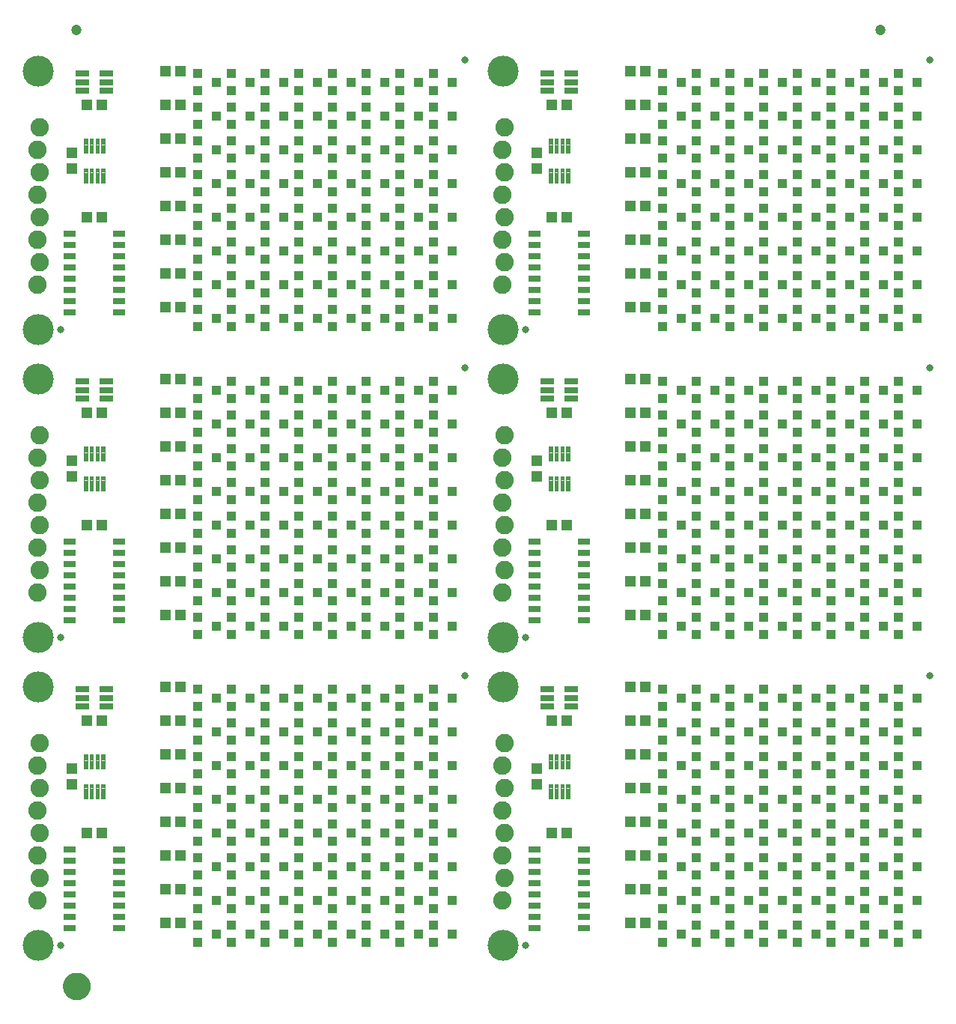
<source format=gts>
G75*
%MOIN*%
%OFA0B0*%
%FSLAX25Y25*%
%IPPOS*%
%LPD*%
%AMOC8*
5,1,8,0,0,1.08239X$1,22.5*
%
%ADD10R,0.04343X0.03950*%
%ADD11R,0.06115X0.02965*%
%ADD12C,0.00357*%
%ADD13R,0.05524X0.03162*%
%ADD14C,0.08200*%
%ADD15R,0.05131X0.04737*%
%ADD16C,0.13800*%
%ADD17C,0.03300*%
%ADD18R,0.04737X0.05131*%
%ADD19C,0.04737*%
%ADD20C,0.05000*%
%ADD21C,0.06706*%
D10*
X0109563Y0039760D03*
X0109563Y0047240D03*
X0109563Y0054760D03*
X0109563Y0062240D03*
X0109563Y0069760D03*
X0109563Y0077240D03*
X0109563Y0084760D03*
X0109563Y0092240D03*
X0109563Y0099760D03*
X0109563Y0107240D03*
X0109563Y0114760D03*
X0109563Y0122240D03*
X0109563Y0129760D03*
X0109563Y0137240D03*
X0109563Y0144760D03*
X0109563Y0152240D03*
X0117831Y0148500D03*
X0124563Y0144760D03*
X0124563Y0137240D03*
X0117831Y0133500D03*
X0124563Y0129760D03*
X0124563Y0122240D03*
X0117831Y0118500D03*
X0124563Y0114760D03*
X0124563Y0107240D03*
X0117831Y0103500D03*
X0124563Y0099760D03*
X0124563Y0092240D03*
X0117831Y0088500D03*
X0124563Y0084760D03*
X0124563Y0077240D03*
X0117831Y0073500D03*
X0124563Y0069760D03*
X0124563Y0062240D03*
X0117831Y0058500D03*
X0124563Y0054760D03*
X0124563Y0047240D03*
X0117831Y0043500D03*
X0124563Y0039760D03*
X0132831Y0043500D03*
X0139563Y0039760D03*
X0147831Y0043500D03*
X0139563Y0047240D03*
X0139563Y0054760D03*
X0132831Y0058500D03*
X0139563Y0062240D03*
X0139563Y0069760D03*
X0132831Y0073500D03*
X0139563Y0077240D03*
X0139563Y0084760D03*
X0132831Y0088500D03*
X0139563Y0092240D03*
X0139563Y0099760D03*
X0132831Y0103500D03*
X0139563Y0107240D03*
X0139563Y0114760D03*
X0132831Y0118500D03*
X0139563Y0122240D03*
X0139563Y0129760D03*
X0132831Y0133500D03*
X0139563Y0137240D03*
X0139563Y0144760D03*
X0132831Y0148500D03*
X0139563Y0152240D03*
X0147831Y0148500D03*
X0154563Y0144760D03*
X0154563Y0137240D03*
X0162831Y0133500D03*
X0169563Y0129760D03*
X0169563Y0122240D03*
X0162831Y0118500D03*
X0169563Y0114760D03*
X0169563Y0107240D03*
X0162831Y0103500D03*
X0169563Y0099760D03*
X0169563Y0092240D03*
X0162831Y0088500D03*
X0169563Y0084760D03*
X0169563Y0077240D03*
X0162831Y0073500D03*
X0169563Y0069760D03*
X0169563Y0062240D03*
X0162831Y0058500D03*
X0169563Y0054760D03*
X0169563Y0047240D03*
X0162831Y0043500D03*
X0169563Y0039760D03*
X0177831Y0043500D03*
X0184563Y0039760D03*
X0184563Y0047240D03*
X0184563Y0054760D03*
X0177831Y0058500D03*
X0184563Y0062240D03*
X0184563Y0069760D03*
X0177831Y0073500D03*
X0184563Y0077240D03*
X0184563Y0084760D03*
X0177831Y0088500D03*
X0184563Y0092240D03*
X0184563Y0099760D03*
X0177831Y0103500D03*
X0184563Y0107240D03*
X0184563Y0114760D03*
X0177831Y0118500D03*
X0184563Y0122240D03*
X0184563Y0129760D03*
X0177831Y0133500D03*
X0184563Y0137240D03*
X0184563Y0144760D03*
X0177831Y0148500D03*
X0184563Y0152240D03*
X0192831Y0148500D03*
X0199563Y0144760D03*
X0199563Y0137240D03*
X0192831Y0133500D03*
X0199563Y0129760D03*
X0199563Y0122240D03*
X0192831Y0118500D03*
X0199563Y0114760D03*
X0199563Y0107240D03*
X0192831Y0103500D03*
X0199563Y0099760D03*
X0199563Y0092240D03*
X0192831Y0088500D03*
X0199563Y0084760D03*
X0199563Y0077240D03*
X0192831Y0073500D03*
X0199563Y0069760D03*
X0199563Y0062240D03*
X0192831Y0058500D03*
X0199563Y0054760D03*
X0199563Y0047240D03*
X0192831Y0043500D03*
X0199563Y0039760D03*
X0207831Y0043500D03*
X0214563Y0039760D03*
X0222831Y0043500D03*
X0214563Y0047240D03*
X0214563Y0054760D03*
X0222831Y0058500D03*
X0214563Y0062240D03*
X0214563Y0069760D03*
X0222831Y0073500D03*
X0214563Y0077240D03*
X0214563Y0084760D03*
X0222831Y0088500D03*
X0214563Y0092240D03*
X0214563Y0099760D03*
X0222831Y0103500D03*
X0214563Y0107240D03*
X0214563Y0114760D03*
X0222831Y0118500D03*
X0214563Y0122240D03*
X0214563Y0129760D03*
X0222831Y0133500D03*
X0214563Y0137240D03*
X0214563Y0144760D03*
X0222831Y0148500D03*
X0214563Y0152240D03*
X0207831Y0148500D03*
X0199563Y0152240D03*
X0207831Y0133500D03*
X0207831Y0118500D03*
X0207831Y0103500D03*
X0207831Y0088500D03*
X0207831Y0073500D03*
X0207831Y0058500D03*
X0154563Y0054760D03*
X0154563Y0047240D03*
X0154563Y0039760D03*
X0147831Y0058500D03*
X0154563Y0062240D03*
X0154563Y0069760D03*
X0154563Y0077240D03*
X0154563Y0084760D03*
X0154563Y0092240D03*
X0154563Y0099760D03*
X0154563Y0107240D03*
X0154563Y0114760D03*
X0154563Y0122240D03*
X0154563Y0129760D03*
X0147831Y0133500D03*
X0147831Y0118500D03*
X0147831Y0103500D03*
X0147831Y0088500D03*
X0147831Y0073500D03*
X0169563Y0137240D03*
X0169563Y0144760D03*
X0162831Y0148500D03*
X0169563Y0152240D03*
X0154563Y0152240D03*
X0154563Y0176760D03*
X0162831Y0180500D03*
X0169563Y0176760D03*
X0169563Y0184240D03*
X0169563Y0191760D03*
X0162831Y0195500D03*
X0169563Y0199240D03*
X0169563Y0206760D03*
X0162831Y0210500D03*
X0169563Y0214240D03*
X0169563Y0221760D03*
X0162831Y0225500D03*
X0169563Y0229240D03*
X0169563Y0236760D03*
X0162831Y0240500D03*
X0169563Y0244240D03*
X0169563Y0251760D03*
X0162831Y0255500D03*
X0169563Y0259240D03*
X0169563Y0266760D03*
X0162831Y0270500D03*
X0169563Y0274240D03*
X0169563Y0281760D03*
X0162831Y0285500D03*
X0169563Y0289240D03*
X0177831Y0285500D03*
X0184563Y0281760D03*
X0184563Y0274240D03*
X0177831Y0270500D03*
X0184563Y0266760D03*
X0184563Y0259240D03*
X0177831Y0255500D03*
X0184563Y0251760D03*
X0184563Y0244240D03*
X0177831Y0240500D03*
X0184563Y0236760D03*
X0184563Y0229240D03*
X0177831Y0225500D03*
X0184563Y0221760D03*
X0184563Y0214240D03*
X0177831Y0210500D03*
X0184563Y0206760D03*
X0184563Y0199240D03*
X0177831Y0195500D03*
X0184563Y0191760D03*
X0184563Y0184240D03*
X0177831Y0180500D03*
X0184563Y0176760D03*
X0192831Y0180500D03*
X0199563Y0176760D03*
X0207831Y0180500D03*
X0199563Y0184240D03*
X0199563Y0191760D03*
X0192831Y0195500D03*
X0199563Y0199240D03*
X0199563Y0206760D03*
X0192831Y0210500D03*
X0199563Y0214240D03*
X0199563Y0221760D03*
X0192831Y0225500D03*
X0199563Y0229240D03*
X0199563Y0236760D03*
X0192831Y0240500D03*
X0199563Y0244240D03*
X0199563Y0251760D03*
X0192831Y0255500D03*
X0199563Y0259240D03*
X0199563Y0266760D03*
X0192831Y0270500D03*
X0199563Y0274240D03*
X0199563Y0281760D03*
X0192831Y0285500D03*
X0199563Y0289240D03*
X0207831Y0285500D03*
X0214563Y0281760D03*
X0214563Y0274240D03*
X0222831Y0270500D03*
X0214563Y0266760D03*
X0214563Y0259240D03*
X0222831Y0255500D03*
X0214563Y0251760D03*
X0214563Y0244240D03*
X0222831Y0240500D03*
X0214563Y0236760D03*
X0214563Y0229240D03*
X0222831Y0225500D03*
X0214563Y0221760D03*
X0214563Y0214240D03*
X0222831Y0210500D03*
X0214563Y0206760D03*
X0214563Y0199240D03*
X0222831Y0195500D03*
X0214563Y0191760D03*
X0214563Y0184240D03*
X0222831Y0180500D03*
X0214563Y0176760D03*
X0207831Y0195500D03*
X0207831Y0210500D03*
X0207831Y0225500D03*
X0207831Y0240500D03*
X0207831Y0255500D03*
X0207831Y0270500D03*
X0222831Y0285500D03*
X0214563Y0289240D03*
X0214563Y0313760D03*
X0214563Y0321240D03*
X0222831Y0317500D03*
X0214563Y0328760D03*
X0214563Y0336240D03*
X0222831Y0332500D03*
X0214563Y0343760D03*
X0214563Y0351240D03*
X0214563Y0358760D03*
X0222831Y0362500D03*
X0214563Y0366240D03*
X0214563Y0373760D03*
X0222831Y0377500D03*
X0214563Y0381240D03*
X0214563Y0388760D03*
X0222831Y0392500D03*
X0214563Y0396240D03*
X0214563Y0403760D03*
X0222831Y0407500D03*
X0214563Y0411240D03*
X0214563Y0418760D03*
X0222831Y0422500D03*
X0214563Y0426240D03*
X0207831Y0422500D03*
X0199563Y0418760D03*
X0199563Y0411240D03*
X0192831Y0407500D03*
X0199563Y0403760D03*
X0199563Y0396240D03*
X0192831Y0392500D03*
X0199563Y0388760D03*
X0199563Y0381240D03*
X0192831Y0377500D03*
X0199563Y0373760D03*
X0199563Y0366240D03*
X0192831Y0362500D03*
X0199563Y0358760D03*
X0199563Y0351240D03*
X0199563Y0343760D03*
X0192831Y0347500D03*
X0184563Y0343760D03*
X0184563Y0351240D03*
X0184563Y0358760D03*
X0177831Y0362500D03*
X0184563Y0366240D03*
X0184563Y0373760D03*
X0177831Y0377500D03*
X0184563Y0381240D03*
X0184563Y0388760D03*
X0177831Y0392500D03*
X0184563Y0396240D03*
X0184563Y0403760D03*
X0177831Y0407500D03*
X0184563Y0411240D03*
X0184563Y0418760D03*
X0177831Y0422500D03*
X0184563Y0426240D03*
X0192831Y0422500D03*
X0199563Y0426240D03*
X0207831Y0407500D03*
X0207831Y0392500D03*
X0207831Y0377500D03*
X0207831Y0362500D03*
X0207831Y0347500D03*
X0199563Y0336240D03*
X0199563Y0328760D03*
X0192831Y0332500D03*
X0184563Y0328760D03*
X0184563Y0336240D03*
X0177831Y0332500D03*
X0169563Y0328760D03*
X0169563Y0336240D03*
X0162831Y0332500D03*
X0154563Y0336240D03*
X0154563Y0328760D03*
X0154563Y0321240D03*
X0154563Y0313760D03*
X0162831Y0317500D03*
X0169563Y0321240D03*
X0169563Y0313760D03*
X0177831Y0317500D03*
X0184563Y0321240D03*
X0184563Y0313760D03*
X0192831Y0317500D03*
X0199563Y0321240D03*
X0199563Y0313760D03*
X0207831Y0317500D03*
X0207831Y0332500D03*
X0222831Y0347500D03*
X0177831Y0347500D03*
X0169563Y0343760D03*
X0169563Y0351240D03*
X0169563Y0358760D03*
X0162831Y0362500D03*
X0169563Y0366240D03*
X0169563Y0373760D03*
X0162831Y0377500D03*
X0169563Y0381240D03*
X0169563Y0388760D03*
X0162831Y0392500D03*
X0169563Y0396240D03*
X0169563Y0403760D03*
X0162831Y0407500D03*
X0169563Y0411240D03*
X0169563Y0418760D03*
X0162831Y0422500D03*
X0169563Y0426240D03*
X0154563Y0426240D03*
X0154563Y0418760D03*
X0154563Y0411240D03*
X0154563Y0403760D03*
X0154563Y0396240D03*
X0154563Y0388760D03*
X0154563Y0381240D03*
X0154563Y0373760D03*
X0154563Y0366240D03*
X0154563Y0358760D03*
X0154563Y0351240D03*
X0154563Y0343760D03*
X0162831Y0347500D03*
X0147831Y0347500D03*
X0139563Y0351240D03*
X0139563Y0343760D03*
X0132831Y0347500D03*
X0124563Y0343760D03*
X0124563Y0351240D03*
X0124563Y0358760D03*
X0117831Y0362500D03*
X0124563Y0366240D03*
X0124563Y0373760D03*
X0117831Y0377500D03*
X0124563Y0381240D03*
X0124563Y0388760D03*
X0117831Y0392500D03*
X0124563Y0396240D03*
X0124563Y0403760D03*
X0117831Y0407500D03*
X0124563Y0411240D03*
X0124563Y0418760D03*
X0117831Y0422500D03*
X0124563Y0426240D03*
X0132831Y0422500D03*
X0139563Y0418760D03*
X0139563Y0411240D03*
X0132831Y0407500D03*
X0139563Y0403760D03*
X0139563Y0396240D03*
X0132831Y0392500D03*
X0139563Y0388760D03*
X0139563Y0381240D03*
X0132831Y0377500D03*
X0139563Y0373760D03*
X0139563Y0366240D03*
X0132831Y0362500D03*
X0139563Y0358760D03*
X0147831Y0362500D03*
X0147831Y0377500D03*
X0147831Y0392500D03*
X0147831Y0407500D03*
X0147831Y0422500D03*
X0139563Y0426240D03*
X0109563Y0426240D03*
X0109563Y0418760D03*
X0109563Y0411240D03*
X0109563Y0403760D03*
X0109563Y0396240D03*
X0109563Y0388760D03*
X0109563Y0381240D03*
X0109563Y0373760D03*
X0109563Y0366240D03*
X0109563Y0358760D03*
X0109563Y0351240D03*
X0109563Y0343760D03*
X0109563Y0336240D03*
X0109563Y0328760D03*
X0109563Y0321240D03*
X0109563Y0313760D03*
X0117831Y0317500D03*
X0124563Y0321240D03*
X0124563Y0313760D03*
X0132831Y0317500D03*
X0139563Y0321240D03*
X0139563Y0313760D03*
X0147831Y0317500D03*
X0139563Y0328760D03*
X0139563Y0336240D03*
X0132831Y0332500D03*
X0124563Y0328760D03*
X0124563Y0336240D03*
X0117831Y0332500D03*
X0117831Y0347500D03*
X0147831Y0332500D03*
X0154563Y0289240D03*
X0154563Y0281760D03*
X0154563Y0274240D03*
X0154563Y0266760D03*
X0154563Y0259240D03*
X0154563Y0251760D03*
X0154563Y0244240D03*
X0154563Y0236760D03*
X0154563Y0229240D03*
X0154563Y0221760D03*
X0154563Y0214240D03*
X0154563Y0206760D03*
X0154563Y0199240D03*
X0154563Y0191760D03*
X0154563Y0184240D03*
X0147831Y0180500D03*
X0139563Y0176760D03*
X0132831Y0180500D03*
X0139563Y0184240D03*
X0139563Y0191760D03*
X0132831Y0195500D03*
X0139563Y0199240D03*
X0139563Y0206760D03*
X0132831Y0210500D03*
X0139563Y0214240D03*
X0139563Y0221760D03*
X0132831Y0225500D03*
X0139563Y0229240D03*
X0139563Y0236760D03*
X0132831Y0240500D03*
X0139563Y0244240D03*
X0139563Y0251760D03*
X0132831Y0255500D03*
X0139563Y0259240D03*
X0139563Y0266760D03*
X0132831Y0270500D03*
X0139563Y0274240D03*
X0139563Y0281760D03*
X0132831Y0285500D03*
X0139563Y0289240D03*
X0147831Y0285500D03*
X0147831Y0270500D03*
X0147831Y0255500D03*
X0147831Y0240500D03*
X0147831Y0225500D03*
X0147831Y0210500D03*
X0147831Y0195500D03*
X0124563Y0191760D03*
X0124563Y0184240D03*
X0117831Y0180500D03*
X0124563Y0176760D03*
X0109563Y0176760D03*
X0109563Y0184240D03*
X0109563Y0191760D03*
X0109563Y0199240D03*
X0109563Y0206760D03*
X0109563Y0214240D03*
X0109563Y0221760D03*
X0109563Y0229240D03*
X0109563Y0236760D03*
X0109563Y0244240D03*
X0109563Y0251760D03*
X0109563Y0259240D03*
X0109563Y0266760D03*
X0109563Y0274240D03*
X0109563Y0281760D03*
X0109563Y0289240D03*
X0117831Y0285500D03*
X0124563Y0281760D03*
X0124563Y0274240D03*
X0117831Y0270500D03*
X0124563Y0266760D03*
X0124563Y0259240D03*
X0117831Y0255500D03*
X0124563Y0251760D03*
X0124563Y0244240D03*
X0117831Y0240500D03*
X0124563Y0236760D03*
X0124563Y0229240D03*
X0117831Y0225500D03*
X0124563Y0221760D03*
X0124563Y0214240D03*
X0117831Y0210500D03*
X0124563Y0206760D03*
X0124563Y0199240D03*
X0117831Y0195500D03*
X0124563Y0152240D03*
X0124563Y0289240D03*
X0184563Y0289240D03*
X0316563Y0289240D03*
X0316563Y0281760D03*
X0316563Y0274240D03*
X0316563Y0266760D03*
X0316563Y0259240D03*
X0316563Y0251760D03*
X0316563Y0244240D03*
X0316563Y0236760D03*
X0316563Y0229240D03*
X0316563Y0221760D03*
X0316563Y0214240D03*
X0316563Y0206760D03*
X0316563Y0199240D03*
X0316563Y0191760D03*
X0316563Y0184240D03*
X0316563Y0176760D03*
X0324831Y0180500D03*
X0331563Y0176760D03*
X0331563Y0184240D03*
X0331563Y0191760D03*
X0324831Y0195500D03*
X0331563Y0199240D03*
X0331563Y0206760D03*
X0324831Y0210500D03*
X0331563Y0214240D03*
X0331563Y0221760D03*
X0324831Y0225500D03*
X0331563Y0229240D03*
X0331563Y0236760D03*
X0324831Y0240500D03*
X0331563Y0244240D03*
X0331563Y0251760D03*
X0324831Y0255500D03*
X0331563Y0259240D03*
X0331563Y0266760D03*
X0324831Y0270500D03*
X0331563Y0274240D03*
X0331563Y0281760D03*
X0324831Y0285500D03*
X0331563Y0289240D03*
X0339831Y0285500D03*
X0346563Y0281760D03*
X0346563Y0274240D03*
X0339831Y0270500D03*
X0346563Y0266760D03*
X0346563Y0259240D03*
X0339831Y0255500D03*
X0346563Y0251760D03*
X0346563Y0244240D03*
X0339831Y0240500D03*
X0346563Y0236760D03*
X0346563Y0229240D03*
X0339831Y0225500D03*
X0346563Y0221760D03*
X0346563Y0214240D03*
X0339831Y0210500D03*
X0346563Y0206760D03*
X0346563Y0199240D03*
X0339831Y0195500D03*
X0346563Y0191760D03*
X0346563Y0184240D03*
X0339831Y0180500D03*
X0346563Y0176760D03*
X0354831Y0180500D03*
X0361563Y0176760D03*
X0361563Y0184240D03*
X0361563Y0191760D03*
X0354831Y0195500D03*
X0361563Y0199240D03*
X0361563Y0206760D03*
X0354831Y0210500D03*
X0361563Y0214240D03*
X0361563Y0221760D03*
X0354831Y0225500D03*
X0361563Y0229240D03*
X0361563Y0236760D03*
X0354831Y0240500D03*
X0361563Y0244240D03*
X0361563Y0251760D03*
X0354831Y0255500D03*
X0361563Y0259240D03*
X0361563Y0266760D03*
X0354831Y0270500D03*
X0361563Y0274240D03*
X0361563Y0281760D03*
X0354831Y0285500D03*
X0361563Y0289240D03*
X0369831Y0285500D03*
X0376563Y0281760D03*
X0376563Y0274240D03*
X0369831Y0270500D03*
X0376563Y0266760D03*
X0376563Y0259240D03*
X0369831Y0255500D03*
X0376563Y0251760D03*
X0376563Y0244240D03*
X0369831Y0240500D03*
X0376563Y0236760D03*
X0376563Y0229240D03*
X0369831Y0225500D03*
X0376563Y0221760D03*
X0376563Y0214240D03*
X0369831Y0210500D03*
X0376563Y0206760D03*
X0376563Y0199240D03*
X0369831Y0195500D03*
X0376563Y0191760D03*
X0376563Y0184240D03*
X0369831Y0180500D03*
X0376563Y0176760D03*
X0384831Y0180500D03*
X0391563Y0176760D03*
X0399831Y0180500D03*
X0391563Y0184240D03*
X0391563Y0191760D03*
X0384831Y0195500D03*
X0391563Y0199240D03*
X0391563Y0206760D03*
X0384831Y0210500D03*
X0391563Y0214240D03*
X0391563Y0221760D03*
X0384831Y0225500D03*
X0391563Y0229240D03*
X0391563Y0236760D03*
X0384831Y0240500D03*
X0391563Y0244240D03*
X0391563Y0251760D03*
X0384831Y0255500D03*
X0391563Y0259240D03*
X0391563Y0266760D03*
X0384831Y0270500D03*
X0391563Y0274240D03*
X0391563Y0281760D03*
X0384831Y0285500D03*
X0391563Y0289240D03*
X0399831Y0285500D03*
X0406563Y0281760D03*
X0406563Y0274240D03*
X0414831Y0270500D03*
X0421563Y0266760D03*
X0421563Y0259240D03*
X0414831Y0255500D03*
X0421563Y0251760D03*
X0421563Y0244240D03*
X0414831Y0240500D03*
X0421563Y0236760D03*
X0421563Y0229240D03*
X0414831Y0225500D03*
X0421563Y0221760D03*
X0421563Y0214240D03*
X0414831Y0210500D03*
X0421563Y0206760D03*
X0421563Y0199240D03*
X0414831Y0195500D03*
X0421563Y0191760D03*
X0421563Y0184240D03*
X0414831Y0180500D03*
X0421563Y0176760D03*
X0429831Y0180500D03*
X0429831Y0195500D03*
X0429831Y0210500D03*
X0429831Y0225500D03*
X0429831Y0240500D03*
X0429831Y0255500D03*
X0429831Y0270500D03*
X0421563Y0274240D03*
X0421563Y0281760D03*
X0414831Y0285500D03*
X0421563Y0289240D03*
X0429831Y0285500D03*
X0406563Y0289240D03*
X0399831Y0270500D03*
X0406563Y0266760D03*
X0406563Y0259240D03*
X0406563Y0251760D03*
X0406563Y0244240D03*
X0406563Y0236760D03*
X0406563Y0229240D03*
X0406563Y0221760D03*
X0406563Y0214240D03*
X0406563Y0206760D03*
X0406563Y0199240D03*
X0406563Y0191760D03*
X0406563Y0184240D03*
X0406563Y0176760D03*
X0399831Y0195500D03*
X0399831Y0210500D03*
X0399831Y0225500D03*
X0399831Y0240500D03*
X0399831Y0255500D03*
X0376563Y0289240D03*
X0376563Y0313760D03*
X0376563Y0321240D03*
X0369831Y0317500D03*
X0361563Y0313760D03*
X0361563Y0321240D03*
X0354831Y0317500D03*
X0346563Y0321240D03*
X0346563Y0313760D03*
X0339831Y0317500D03*
X0331563Y0313760D03*
X0331563Y0321240D03*
X0324831Y0317500D03*
X0316563Y0313760D03*
X0316563Y0321240D03*
X0316563Y0328760D03*
X0316563Y0336240D03*
X0316563Y0343760D03*
X0316563Y0351240D03*
X0316563Y0358760D03*
X0316563Y0366240D03*
X0316563Y0373760D03*
X0316563Y0381240D03*
X0316563Y0388760D03*
X0316563Y0396240D03*
X0316563Y0403760D03*
X0316563Y0411240D03*
X0316563Y0418760D03*
X0316563Y0426240D03*
X0324831Y0422500D03*
X0331563Y0418760D03*
X0331563Y0411240D03*
X0324831Y0407500D03*
X0331563Y0403760D03*
X0331563Y0396240D03*
X0324831Y0392500D03*
X0331563Y0388760D03*
X0331563Y0381240D03*
X0324831Y0377500D03*
X0331563Y0373760D03*
X0331563Y0366240D03*
X0324831Y0362500D03*
X0331563Y0358760D03*
X0331563Y0351240D03*
X0331563Y0343760D03*
X0324831Y0347500D03*
X0331563Y0336240D03*
X0331563Y0328760D03*
X0324831Y0332500D03*
X0339831Y0332500D03*
X0346563Y0336240D03*
X0346563Y0328760D03*
X0354831Y0332500D03*
X0361563Y0336240D03*
X0361563Y0328760D03*
X0369831Y0332500D03*
X0376563Y0336240D03*
X0376563Y0328760D03*
X0384831Y0332500D03*
X0391563Y0336240D03*
X0391563Y0328760D03*
X0399831Y0332500D03*
X0406563Y0328760D03*
X0406563Y0336240D03*
X0414831Y0332500D03*
X0421563Y0336240D03*
X0421563Y0328760D03*
X0421563Y0321240D03*
X0421563Y0313760D03*
X0414831Y0317500D03*
X0406563Y0321240D03*
X0406563Y0313760D03*
X0399831Y0317500D03*
X0391563Y0321240D03*
X0391563Y0313760D03*
X0384831Y0317500D03*
X0391563Y0343760D03*
X0391563Y0351240D03*
X0391563Y0358760D03*
X0384831Y0362500D03*
X0391563Y0366240D03*
X0391563Y0373760D03*
X0384831Y0377500D03*
X0391563Y0381240D03*
X0391563Y0388760D03*
X0384831Y0392500D03*
X0391563Y0396240D03*
X0391563Y0403760D03*
X0384831Y0407500D03*
X0391563Y0411240D03*
X0391563Y0418760D03*
X0384831Y0422500D03*
X0391563Y0426240D03*
X0399831Y0422500D03*
X0406563Y0418760D03*
X0406563Y0411240D03*
X0414831Y0407500D03*
X0421563Y0403760D03*
X0421563Y0396240D03*
X0414831Y0392500D03*
X0421563Y0388760D03*
X0421563Y0381240D03*
X0414831Y0377500D03*
X0421563Y0373760D03*
X0421563Y0366240D03*
X0414831Y0362500D03*
X0421563Y0358760D03*
X0421563Y0351240D03*
X0421563Y0343760D03*
X0414831Y0347500D03*
X0406563Y0351240D03*
X0406563Y0343760D03*
X0399831Y0347500D03*
X0406563Y0358760D03*
X0406563Y0366240D03*
X0406563Y0373760D03*
X0406563Y0381240D03*
X0406563Y0388760D03*
X0406563Y0396240D03*
X0406563Y0403760D03*
X0399831Y0407500D03*
X0399831Y0392500D03*
X0399831Y0377500D03*
X0399831Y0362500D03*
X0384831Y0347500D03*
X0376563Y0343760D03*
X0376563Y0351240D03*
X0376563Y0358760D03*
X0369831Y0362500D03*
X0376563Y0366240D03*
X0376563Y0373760D03*
X0369831Y0377500D03*
X0376563Y0381240D03*
X0376563Y0388760D03*
X0369831Y0392500D03*
X0376563Y0396240D03*
X0376563Y0403760D03*
X0369831Y0407500D03*
X0376563Y0411240D03*
X0376563Y0418760D03*
X0369831Y0422500D03*
X0376563Y0426240D03*
X0361563Y0426240D03*
X0354831Y0422500D03*
X0361563Y0418760D03*
X0361563Y0411240D03*
X0354831Y0407500D03*
X0361563Y0403760D03*
X0361563Y0396240D03*
X0354831Y0392500D03*
X0361563Y0388760D03*
X0361563Y0381240D03*
X0354831Y0377500D03*
X0361563Y0373760D03*
X0361563Y0366240D03*
X0354831Y0362500D03*
X0361563Y0358760D03*
X0361563Y0351240D03*
X0361563Y0343760D03*
X0354831Y0347500D03*
X0346563Y0351240D03*
X0346563Y0343760D03*
X0339831Y0347500D03*
X0346563Y0358760D03*
X0339831Y0362500D03*
X0346563Y0366240D03*
X0346563Y0373760D03*
X0339831Y0377500D03*
X0346563Y0381240D03*
X0346563Y0388760D03*
X0339831Y0392500D03*
X0346563Y0396240D03*
X0346563Y0403760D03*
X0339831Y0407500D03*
X0346563Y0411240D03*
X0346563Y0418760D03*
X0339831Y0422500D03*
X0346563Y0426240D03*
X0331563Y0426240D03*
X0406563Y0426240D03*
X0414831Y0422500D03*
X0421563Y0418760D03*
X0421563Y0411240D03*
X0429831Y0407500D03*
X0429831Y0392500D03*
X0429831Y0377500D03*
X0429831Y0362500D03*
X0429831Y0347500D03*
X0429831Y0332500D03*
X0429831Y0317500D03*
X0369831Y0347500D03*
X0346563Y0289240D03*
X0429831Y0422500D03*
X0421563Y0426240D03*
X0421563Y0152240D03*
X0414831Y0148500D03*
X0421563Y0144760D03*
X0421563Y0137240D03*
X0414831Y0133500D03*
X0421563Y0129760D03*
X0421563Y0122240D03*
X0414831Y0118500D03*
X0421563Y0114760D03*
X0421563Y0107240D03*
X0414831Y0103500D03*
X0421563Y0099760D03*
X0421563Y0092240D03*
X0414831Y0088500D03*
X0421563Y0084760D03*
X0421563Y0077240D03*
X0414831Y0073500D03*
X0421563Y0069760D03*
X0421563Y0062240D03*
X0414831Y0058500D03*
X0421563Y0054760D03*
X0421563Y0047240D03*
X0414831Y0043500D03*
X0421563Y0039760D03*
X0429831Y0043500D03*
X0429831Y0058500D03*
X0429831Y0073500D03*
X0429831Y0088500D03*
X0429831Y0103500D03*
X0429831Y0118500D03*
X0429831Y0133500D03*
X0429831Y0148500D03*
X0406563Y0144760D03*
X0406563Y0137240D03*
X0406563Y0129760D03*
X0406563Y0122240D03*
X0406563Y0114760D03*
X0406563Y0107240D03*
X0406563Y0099760D03*
X0406563Y0092240D03*
X0406563Y0084760D03*
X0406563Y0077240D03*
X0406563Y0069760D03*
X0406563Y0062240D03*
X0406563Y0054760D03*
X0406563Y0047240D03*
X0406563Y0039760D03*
X0399831Y0043500D03*
X0391563Y0039760D03*
X0384831Y0043500D03*
X0391563Y0047240D03*
X0391563Y0054760D03*
X0384831Y0058500D03*
X0391563Y0062240D03*
X0391563Y0069760D03*
X0384831Y0073500D03*
X0391563Y0077240D03*
X0391563Y0084760D03*
X0384831Y0088500D03*
X0391563Y0092240D03*
X0391563Y0099760D03*
X0384831Y0103500D03*
X0391563Y0107240D03*
X0391563Y0114760D03*
X0384831Y0118500D03*
X0391563Y0122240D03*
X0391563Y0129760D03*
X0384831Y0133500D03*
X0391563Y0137240D03*
X0391563Y0144760D03*
X0384831Y0148500D03*
X0391563Y0152240D03*
X0399831Y0148500D03*
X0406563Y0152240D03*
X0399831Y0133500D03*
X0399831Y0118500D03*
X0399831Y0103500D03*
X0399831Y0088500D03*
X0399831Y0073500D03*
X0399831Y0058500D03*
X0376563Y0054760D03*
X0376563Y0047240D03*
X0369831Y0043500D03*
X0376563Y0039760D03*
X0361563Y0039760D03*
X0354831Y0043500D03*
X0361563Y0047240D03*
X0361563Y0054760D03*
X0354831Y0058500D03*
X0361563Y0062240D03*
X0361563Y0069760D03*
X0354831Y0073500D03*
X0361563Y0077240D03*
X0361563Y0084760D03*
X0354831Y0088500D03*
X0361563Y0092240D03*
X0361563Y0099760D03*
X0354831Y0103500D03*
X0361563Y0107240D03*
X0361563Y0114760D03*
X0354831Y0118500D03*
X0361563Y0122240D03*
X0361563Y0129760D03*
X0354831Y0133500D03*
X0361563Y0137240D03*
X0361563Y0144760D03*
X0354831Y0148500D03*
X0361563Y0152240D03*
X0369831Y0148500D03*
X0376563Y0144760D03*
X0376563Y0137240D03*
X0369831Y0133500D03*
X0376563Y0129760D03*
X0376563Y0122240D03*
X0369831Y0118500D03*
X0376563Y0114760D03*
X0376563Y0107240D03*
X0369831Y0103500D03*
X0376563Y0099760D03*
X0376563Y0092240D03*
X0369831Y0088500D03*
X0376563Y0084760D03*
X0376563Y0077240D03*
X0369831Y0073500D03*
X0376563Y0069760D03*
X0376563Y0062240D03*
X0369831Y0058500D03*
X0346563Y0054760D03*
X0346563Y0047240D03*
X0339831Y0043500D03*
X0346563Y0039760D03*
X0331563Y0039760D03*
X0324831Y0043500D03*
X0331563Y0047240D03*
X0331563Y0054760D03*
X0324831Y0058500D03*
X0331563Y0062240D03*
X0331563Y0069760D03*
X0324831Y0073500D03*
X0331563Y0077240D03*
X0331563Y0084760D03*
X0324831Y0088500D03*
X0331563Y0092240D03*
X0331563Y0099760D03*
X0324831Y0103500D03*
X0331563Y0107240D03*
X0331563Y0114760D03*
X0324831Y0118500D03*
X0331563Y0122240D03*
X0331563Y0129760D03*
X0324831Y0133500D03*
X0331563Y0137240D03*
X0331563Y0144760D03*
X0324831Y0148500D03*
X0331563Y0152240D03*
X0339831Y0148500D03*
X0346563Y0144760D03*
X0346563Y0137240D03*
X0339831Y0133500D03*
X0346563Y0129760D03*
X0346563Y0122240D03*
X0339831Y0118500D03*
X0346563Y0114760D03*
X0346563Y0107240D03*
X0339831Y0103500D03*
X0346563Y0099760D03*
X0346563Y0092240D03*
X0339831Y0088500D03*
X0346563Y0084760D03*
X0346563Y0077240D03*
X0339831Y0073500D03*
X0346563Y0069760D03*
X0346563Y0062240D03*
X0339831Y0058500D03*
X0316563Y0054760D03*
X0316563Y0047240D03*
X0316563Y0039760D03*
X0316563Y0062240D03*
X0316563Y0069760D03*
X0316563Y0077240D03*
X0316563Y0084760D03*
X0316563Y0092240D03*
X0316563Y0099760D03*
X0316563Y0107240D03*
X0316563Y0114760D03*
X0316563Y0122240D03*
X0316563Y0129760D03*
X0316563Y0137240D03*
X0316563Y0144760D03*
X0316563Y0152240D03*
X0346563Y0152240D03*
X0376563Y0152240D03*
D11*
X0275914Y0152240D03*
X0275914Y0148500D03*
X0275914Y0144760D03*
X0265086Y0144760D03*
X0265086Y0148500D03*
X0265086Y0152240D03*
X0265086Y0281760D03*
X0265086Y0285500D03*
X0265086Y0289240D03*
X0275914Y0289240D03*
X0275914Y0285500D03*
X0275914Y0281760D03*
X0275914Y0418760D03*
X0275914Y0422500D03*
X0275914Y0426240D03*
X0265086Y0426240D03*
X0265086Y0422500D03*
X0265086Y0418760D03*
X0068914Y0418760D03*
X0068914Y0422500D03*
X0068914Y0426240D03*
X0058086Y0426240D03*
X0058086Y0422500D03*
X0058086Y0418760D03*
X0058086Y0289240D03*
X0058086Y0285500D03*
X0058086Y0281760D03*
X0068914Y0281760D03*
X0068914Y0285500D03*
X0068914Y0289240D03*
X0068914Y0152240D03*
X0068914Y0148500D03*
X0068914Y0144760D03*
X0058086Y0144760D03*
X0058086Y0148500D03*
X0058086Y0152240D03*
D12*
X0060375Y0123466D02*
X0060375Y0116920D01*
X0058947Y0116920D01*
X0058947Y0123466D01*
X0060375Y0123466D01*
X0060375Y0117276D02*
X0058947Y0117276D01*
X0058947Y0117632D02*
X0060375Y0117632D01*
X0060375Y0117988D02*
X0058947Y0117988D01*
X0058947Y0118344D02*
X0060375Y0118344D01*
X0060375Y0118700D02*
X0058947Y0118700D01*
X0058947Y0119056D02*
X0060375Y0119056D01*
X0060375Y0119412D02*
X0058947Y0119412D01*
X0058947Y0119768D02*
X0060375Y0119768D01*
X0060375Y0120124D02*
X0058947Y0120124D01*
X0058947Y0120480D02*
X0060375Y0120480D01*
X0060375Y0120836D02*
X0058947Y0120836D01*
X0058947Y0121192D02*
X0060375Y0121192D01*
X0060375Y0121548D02*
X0058947Y0121548D01*
X0058947Y0121904D02*
X0060375Y0121904D01*
X0060375Y0122260D02*
X0058947Y0122260D01*
X0058947Y0122616D02*
X0060375Y0122616D01*
X0060375Y0122972D02*
X0058947Y0122972D01*
X0058947Y0123328D02*
X0060375Y0123328D01*
X0062934Y0123466D02*
X0062934Y0116920D01*
X0061506Y0116920D01*
X0061506Y0123466D01*
X0062934Y0123466D01*
X0062934Y0117276D02*
X0061506Y0117276D01*
X0061506Y0117632D02*
X0062934Y0117632D01*
X0062934Y0117988D02*
X0061506Y0117988D01*
X0061506Y0118344D02*
X0062934Y0118344D01*
X0062934Y0118700D02*
X0061506Y0118700D01*
X0061506Y0119056D02*
X0062934Y0119056D01*
X0062934Y0119412D02*
X0061506Y0119412D01*
X0061506Y0119768D02*
X0062934Y0119768D01*
X0062934Y0120124D02*
X0061506Y0120124D01*
X0061506Y0120480D02*
X0062934Y0120480D01*
X0062934Y0120836D02*
X0061506Y0120836D01*
X0061506Y0121192D02*
X0062934Y0121192D01*
X0062934Y0121548D02*
X0061506Y0121548D01*
X0061506Y0121904D02*
X0062934Y0121904D01*
X0062934Y0122260D02*
X0061506Y0122260D01*
X0061506Y0122616D02*
X0062934Y0122616D01*
X0062934Y0122972D02*
X0061506Y0122972D01*
X0061506Y0123328D02*
X0062934Y0123328D01*
X0065494Y0123466D02*
X0065494Y0116920D01*
X0064066Y0116920D01*
X0064066Y0123466D01*
X0065494Y0123466D01*
X0065494Y0117276D02*
X0064066Y0117276D01*
X0064066Y0117632D02*
X0065494Y0117632D01*
X0065494Y0117988D02*
X0064066Y0117988D01*
X0064066Y0118344D02*
X0065494Y0118344D01*
X0065494Y0118700D02*
X0064066Y0118700D01*
X0064066Y0119056D02*
X0065494Y0119056D01*
X0065494Y0119412D02*
X0064066Y0119412D01*
X0064066Y0119768D02*
X0065494Y0119768D01*
X0065494Y0120124D02*
X0064066Y0120124D01*
X0064066Y0120480D02*
X0065494Y0120480D01*
X0065494Y0120836D02*
X0064066Y0120836D01*
X0064066Y0121192D02*
X0065494Y0121192D01*
X0065494Y0121548D02*
X0064066Y0121548D01*
X0064066Y0121904D02*
X0065494Y0121904D01*
X0065494Y0122260D02*
X0064066Y0122260D01*
X0064066Y0122616D02*
X0065494Y0122616D01*
X0065494Y0122972D02*
X0064066Y0122972D01*
X0064066Y0123328D02*
X0065494Y0123328D01*
X0068053Y0123466D02*
X0068053Y0116920D01*
X0066625Y0116920D01*
X0066625Y0123466D01*
X0068053Y0123466D01*
X0068053Y0117276D02*
X0066625Y0117276D01*
X0066625Y0117632D02*
X0068053Y0117632D01*
X0068053Y0117988D02*
X0066625Y0117988D01*
X0066625Y0118344D02*
X0068053Y0118344D01*
X0068053Y0118700D02*
X0066625Y0118700D01*
X0066625Y0119056D02*
X0068053Y0119056D01*
X0068053Y0119412D02*
X0066625Y0119412D01*
X0066625Y0119768D02*
X0068053Y0119768D01*
X0068053Y0120124D02*
X0066625Y0120124D01*
X0066625Y0120480D02*
X0068053Y0120480D01*
X0068053Y0120836D02*
X0066625Y0120836D01*
X0066625Y0121192D02*
X0068053Y0121192D01*
X0068053Y0121548D02*
X0066625Y0121548D01*
X0066625Y0121904D02*
X0068053Y0121904D01*
X0068053Y0122260D02*
X0066625Y0122260D01*
X0066625Y0122616D02*
X0068053Y0122616D01*
X0068053Y0122972D02*
X0066625Y0122972D01*
X0066625Y0123328D02*
X0068053Y0123328D01*
X0068053Y0110080D02*
X0068053Y0103534D01*
X0066625Y0103534D01*
X0066625Y0110080D01*
X0068053Y0110080D01*
X0068053Y0103890D02*
X0066625Y0103890D01*
X0066625Y0104246D02*
X0068053Y0104246D01*
X0068053Y0104602D02*
X0066625Y0104602D01*
X0066625Y0104958D02*
X0068053Y0104958D01*
X0068053Y0105314D02*
X0066625Y0105314D01*
X0066625Y0105670D02*
X0068053Y0105670D01*
X0068053Y0106026D02*
X0066625Y0106026D01*
X0066625Y0106382D02*
X0068053Y0106382D01*
X0068053Y0106738D02*
X0066625Y0106738D01*
X0066625Y0107094D02*
X0068053Y0107094D01*
X0068053Y0107450D02*
X0066625Y0107450D01*
X0066625Y0107806D02*
X0068053Y0107806D01*
X0068053Y0108162D02*
X0066625Y0108162D01*
X0066625Y0108518D02*
X0068053Y0108518D01*
X0068053Y0108874D02*
X0066625Y0108874D01*
X0066625Y0109230D02*
X0068053Y0109230D01*
X0068053Y0109586D02*
X0066625Y0109586D01*
X0066625Y0109942D02*
X0068053Y0109942D01*
X0065494Y0110080D02*
X0065494Y0103534D01*
X0064066Y0103534D01*
X0064066Y0110080D01*
X0065494Y0110080D01*
X0065494Y0103890D02*
X0064066Y0103890D01*
X0064066Y0104246D02*
X0065494Y0104246D01*
X0065494Y0104602D02*
X0064066Y0104602D01*
X0064066Y0104958D02*
X0065494Y0104958D01*
X0065494Y0105314D02*
X0064066Y0105314D01*
X0064066Y0105670D02*
X0065494Y0105670D01*
X0065494Y0106026D02*
X0064066Y0106026D01*
X0064066Y0106382D02*
X0065494Y0106382D01*
X0065494Y0106738D02*
X0064066Y0106738D01*
X0064066Y0107094D02*
X0065494Y0107094D01*
X0065494Y0107450D02*
X0064066Y0107450D01*
X0064066Y0107806D02*
X0065494Y0107806D01*
X0065494Y0108162D02*
X0064066Y0108162D01*
X0064066Y0108518D02*
X0065494Y0108518D01*
X0065494Y0108874D02*
X0064066Y0108874D01*
X0064066Y0109230D02*
X0065494Y0109230D01*
X0065494Y0109586D02*
X0064066Y0109586D01*
X0064066Y0109942D02*
X0065494Y0109942D01*
X0062934Y0110080D02*
X0062934Y0103534D01*
X0061506Y0103534D01*
X0061506Y0110080D01*
X0062934Y0110080D01*
X0062934Y0103890D02*
X0061506Y0103890D01*
X0061506Y0104246D02*
X0062934Y0104246D01*
X0062934Y0104602D02*
X0061506Y0104602D01*
X0061506Y0104958D02*
X0062934Y0104958D01*
X0062934Y0105314D02*
X0061506Y0105314D01*
X0061506Y0105670D02*
X0062934Y0105670D01*
X0062934Y0106026D02*
X0061506Y0106026D01*
X0061506Y0106382D02*
X0062934Y0106382D01*
X0062934Y0106738D02*
X0061506Y0106738D01*
X0061506Y0107094D02*
X0062934Y0107094D01*
X0062934Y0107450D02*
X0061506Y0107450D01*
X0061506Y0107806D02*
X0062934Y0107806D01*
X0062934Y0108162D02*
X0061506Y0108162D01*
X0061506Y0108518D02*
X0062934Y0108518D01*
X0062934Y0108874D02*
X0061506Y0108874D01*
X0061506Y0109230D02*
X0062934Y0109230D01*
X0062934Y0109586D02*
X0061506Y0109586D01*
X0061506Y0109942D02*
X0062934Y0109942D01*
X0060375Y0110080D02*
X0060375Y0103534D01*
X0058947Y0103534D01*
X0058947Y0110080D01*
X0060375Y0110080D01*
X0060375Y0103890D02*
X0058947Y0103890D01*
X0058947Y0104246D02*
X0060375Y0104246D01*
X0060375Y0104602D02*
X0058947Y0104602D01*
X0058947Y0104958D02*
X0060375Y0104958D01*
X0060375Y0105314D02*
X0058947Y0105314D01*
X0058947Y0105670D02*
X0060375Y0105670D01*
X0060375Y0106026D02*
X0058947Y0106026D01*
X0058947Y0106382D02*
X0060375Y0106382D01*
X0060375Y0106738D02*
X0058947Y0106738D01*
X0058947Y0107094D02*
X0060375Y0107094D01*
X0060375Y0107450D02*
X0058947Y0107450D01*
X0058947Y0107806D02*
X0060375Y0107806D01*
X0060375Y0108162D02*
X0058947Y0108162D01*
X0058947Y0108518D02*
X0060375Y0108518D01*
X0060375Y0108874D02*
X0058947Y0108874D01*
X0058947Y0109230D02*
X0060375Y0109230D01*
X0060375Y0109586D02*
X0058947Y0109586D01*
X0058947Y0109942D02*
X0060375Y0109942D01*
X0060375Y0240534D02*
X0060375Y0247080D01*
X0060375Y0240534D02*
X0058947Y0240534D01*
X0058947Y0247080D01*
X0060375Y0247080D01*
X0060375Y0240890D02*
X0058947Y0240890D01*
X0058947Y0241246D02*
X0060375Y0241246D01*
X0060375Y0241602D02*
X0058947Y0241602D01*
X0058947Y0241958D02*
X0060375Y0241958D01*
X0060375Y0242314D02*
X0058947Y0242314D01*
X0058947Y0242670D02*
X0060375Y0242670D01*
X0060375Y0243026D02*
X0058947Y0243026D01*
X0058947Y0243382D02*
X0060375Y0243382D01*
X0060375Y0243738D02*
X0058947Y0243738D01*
X0058947Y0244094D02*
X0060375Y0244094D01*
X0060375Y0244450D02*
X0058947Y0244450D01*
X0058947Y0244806D02*
X0060375Y0244806D01*
X0060375Y0245162D02*
X0058947Y0245162D01*
X0058947Y0245518D02*
X0060375Y0245518D01*
X0060375Y0245874D02*
X0058947Y0245874D01*
X0058947Y0246230D02*
X0060375Y0246230D01*
X0060375Y0246586D02*
X0058947Y0246586D01*
X0058947Y0246942D02*
X0060375Y0246942D01*
X0062934Y0247080D02*
X0062934Y0240534D01*
X0061506Y0240534D01*
X0061506Y0247080D01*
X0062934Y0247080D01*
X0062934Y0240890D02*
X0061506Y0240890D01*
X0061506Y0241246D02*
X0062934Y0241246D01*
X0062934Y0241602D02*
X0061506Y0241602D01*
X0061506Y0241958D02*
X0062934Y0241958D01*
X0062934Y0242314D02*
X0061506Y0242314D01*
X0061506Y0242670D02*
X0062934Y0242670D01*
X0062934Y0243026D02*
X0061506Y0243026D01*
X0061506Y0243382D02*
X0062934Y0243382D01*
X0062934Y0243738D02*
X0061506Y0243738D01*
X0061506Y0244094D02*
X0062934Y0244094D01*
X0062934Y0244450D02*
X0061506Y0244450D01*
X0061506Y0244806D02*
X0062934Y0244806D01*
X0062934Y0245162D02*
X0061506Y0245162D01*
X0061506Y0245518D02*
X0062934Y0245518D01*
X0062934Y0245874D02*
X0061506Y0245874D01*
X0061506Y0246230D02*
X0062934Y0246230D01*
X0062934Y0246586D02*
X0061506Y0246586D01*
X0061506Y0246942D02*
X0062934Y0246942D01*
X0065494Y0247080D02*
X0065494Y0240534D01*
X0064066Y0240534D01*
X0064066Y0247080D01*
X0065494Y0247080D01*
X0065494Y0240890D02*
X0064066Y0240890D01*
X0064066Y0241246D02*
X0065494Y0241246D01*
X0065494Y0241602D02*
X0064066Y0241602D01*
X0064066Y0241958D02*
X0065494Y0241958D01*
X0065494Y0242314D02*
X0064066Y0242314D01*
X0064066Y0242670D02*
X0065494Y0242670D01*
X0065494Y0243026D02*
X0064066Y0243026D01*
X0064066Y0243382D02*
X0065494Y0243382D01*
X0065494Y0243738D02*
X0064066Y0243738D01*
X0064066Y0244094D02*
X0065494Y0244094D01*
X0065494Y0244450D02*
X0064066Y0244450D01*
X0064066Y0244806D02*
X0065494Y0244806D01*
X0065494Y0245162D02*
X0064066Y0245162D01*
X0064066Y0245518D02*
X0065494Y0245518D01*
X0065494Y0245874D02*
X0064066Y0245874D01*
X0064066Y0246230D02*
X0065494Y0246230D01*
X0065494Y0246586D02*
X0064066Y0246586D01*
X0064066Y0246942D02*
X0065494Y0246942D01*
X0068053Y0247080D02*
X0068053Y0240534D01*
X0066625Y0240534D01*
X0066625Y0247080D01*
X0068053Y0247080D01*
X0068053Y0240890D02*
X0066625Y0240890D01*
X0066625Y0241246D02*
X0068053Y0241246D01*
X0068053Y0241602D02*
X0066625Y0241602D01*
X0066625Y0241958D02*
X0068053Y0241958D01*
X0068053Y0242314D02*
X0066625Y0242314D01*
X0066625Y0242670D02*
X0068053Y0242670D01*
X0068053Y0243026D02*
X0066625Y0243026D01*
X0066625Y0243382D02*
X0068053Y0243382D01*
X0068053Y0243738D02*
X0066625Y0243738D01*
X0066625Y0244094D02*
X0068053Y0244094D01*
X0068053Y0244450D02*
X0066625Y0244450D01*
X0066625Y0244806D02*
X0068053Y0244806D01*
X0068053Y0245162D02*
X0066625Y0245162D01*
X0066625Y0245518D02*
X0068053Y0245518D01*
X0068053Y0245874D02*
X0066625Y0245874D01*
X0066625Y0246230D02*
X0068053Y0246230D01*
X0068053Y0246586D02*
X0066625Y0246586D01*
X0066625Y0246942D02*
X0068053Y0246942D01*
X0068053Y0253920D02*
X0068053Y0260466D01*
X0068053Y0253920D02*
X0066625Y0253920D01*
X0066625Y0260466D01*
X0068053Y0260466D01*
X0068053Y0254276D02*
X0066625Y0254276D01*
X0066625Y0254632D02*
X0068053Y0254632D01*
X0068053Y0254988D02*
X0066625Y0254988D01*
X0066625Y0255344D02*
X0068053Y0255344D01*
X0068053Y0255700D02*
X0066625Y0255700D01*
X0066625Y0256056D02*
X0068053Y0256056D01*
X0068053Y0256412D02*
X0066625Y0256412D01*
X0066625Y0256768D02*
X0068053Y0256768D01*
X0068053Y0257124D02*
X0066625Y0257124D01*
X0066625Y0257480D02*
X0068053Y0257480D01*
X0068053Y0257836D02*
X0066625Y0257836D01*
X0066625Y0258192D02*
X0068053Y0258192D01*
X0068053Y0258548D02*
X0066625Y0258548D01*
X0066625Y0258904D02*
X0068053Y0258904D01*
X0068053Y0259260D02*
X0066625Y0259260D01*
X0066625Y0259616D02*
X0068053Y0259616D01*
X0068053Y0259972D02*
X0066625Y0259972D01*
X0066625Y0260328D02*
X0068053Y0260328D01*
X0065494Y0260466D02*
X0065494Y0253920D01*
X0064066Y0253920D01*
X0064066Y0260466D01*
X0065494Y0260466D01*
X0065494Y0254276D02*
X0064066Y0254276D01*
X0064066Y0254632D02*
X0065494Y0254632D01*
X0065494Y0254988D02*
X0064066Y0254988D01*
X0064066Y0255344D02*
X0065494Y0255344D01*
X0065494Y0255700D02*
X0064066Y0255700D01*
X0064066Y0256056D02*
X0065494Y0256056D01*
X0065494Y0256412D02*
X0064066Y0256412D01*
X0064066Y0256768D02*
X0065494Y0256768D01*
X0065494Y0257124D02*
X0064066Y0257124D01*
X0064066Y0257480D02*
X0065494Y0257480D01*
X0065494Y0257836D02*
X0064066Y0257836D01*
X0064066Y0258192D02*
X0065494Y0258192D01*
X0065494Y0258548D02*
X0064066Y0258548D01*
X0064066Y0258904D02*
X0065494Y0258904D01*
X0065494Y0259260D02*
X0064066Y0259260D01*
X0064066Y0259616D02*
X0065494Y0259616D01*
X0065494Y0259972D02*
X0064066Y0259972D01*
X0064066Y0260328D02*
X0065494Y0260328D01*
X0062934Y0260466D02*
X0062934Y0253920D01*
X0061506Y0253920D01*
X0061506Y0260466D01*
X0062934Y0260466D01*
X0062934Y0254276D02*
X0061506Y0254276D01*
X0061506Y0254632D02*
X0062934Y0254632D01*
X0062934Y0254988D02*
X0061506Y0254988D01*
X0061506Y0255344D02*
X0062934Y0255344D01*
X0062934Y0255700D02*
X0061506Y0255700D01*
X0061506Y0256056D02*
X0062934Y0256056D01*
X0062934Y0256412D02*
X0061506Y0256412D01*
X0061506Y0256768D02*
X0062934Y0256768D01*
X0062934Y0257124D02*
X0061506Y0257124D01*
X0061506Y0257480D02*
X0062934Y0257480D01*
X0062934Y0257836D02*
X0061506Y0257836D01*
X0061506Y0258192D02*
X0062934Y0258192D01*
X0062934Y0258548D02*
X0061506Y0258548D01*
X0061506Y0258904D02*
X0062934Y0258904D01*
X0062934Y0259260D02*
X0061506Y0259260D01*
X0061506Y0259616D02*
X0062934Y0259616D01*
X0062934Y0259972D02*
X0061506Y0259972D01*
X0061506Y0260328D02*
X0062934Y0260328D01*
X0060375Y0260466D02*
X0060375Y0253920D01*
X0058947Y0253920D01*
X0058947Y0260466D01*
X0060375Y0260466D01*
X0060375Y0254276D02*
X0058947Y0254276D01*
X0058947Y0254632D02*
X0060375Y0254632D01*
X0060375Y0254988D02*
X0058947Y0254988D01*
X0058947Y0255344D02*
X0060375Y0255344D01*
X0060375Y0255700D02*
X0058947Y0255700D01*
X0058947Y0256056D02*
X0060375Y0256056D01*
X0060375Y0256412D02*
X0058947Y0256412D01*
X0058947Y0256768D02*
X0060375Y0256768D01*
X0060375Y0257124D02*
X0058947Y0257124D01*
X0058947Y0257480D02*
X0060375Y0257480D01*
X0060375Y0257836D02*
X0058947Y0257836D01*
X0058947Y0258192D02*
X0060375Y0258192D01*
X0060375Y0258548D02*
X0058947Y0258548D01*
X0058947Y0258904D02*
X0060375Y0258904D01*
X0060375Y0259260D02*
X0058947Y0259260D01*
X0058947Y0259616D02*
X0060375Y0259616D01*
X0060375Y0259972D02*
X0058947Y0259972D01*
X0058947Y0260328D02*
X0060375Y0260328D01*
X0060375Y0377534D02*
X0060375Y0384080D01*
X0060375Y0377534D02*
X0058947Y0377534D01*
X0058947Y0384080D01*
X0060375Y0384080D01*
X0060375Y0377890D02*
X0058947Y0377890D01*
X0058947Y0378246D02*
X0060375Y0378246D01*
X0060375Y0378602D02*
X0058947Y0378602D01*
X0058947Y0378958D02*
X0060375Y0378958D01*
X0060375Y0379314D02*
X0058947Y0379314D01*
X0058947Y0379670D02*
X0060375Y0379670D01*
X0060375Y0380026D02*
X0058947Y0380026D01*
X0058947Y0380382D02*
X0060375Y0380382D01*
X0060375Y0380738D02*
X0058947Y0380738D01*
X0058947Y0381094D02*
X0060375Y0381094D01*
X0060375Y0381450D02*
X0058947Y0381450D01*
X0058947Y0381806D02*
X0060375Y0381806D01*
X0060375Y0382162D02*
X0058947Y0382162D01*
X0058947Y0382518D02*
X0060375Y0382518D01*
X0060375Y0382874D02*
X0058947Y0382874D01*
X0058947Y0383230D02*
X0060375Y0383230D01*
X0060375Y0383586D02*
X0058947Y0383586D01*
X0058947Y0383942D02*
X0060375Y0383942D01*
X0062934Y0384080D02*
X0062934Y0377534D01*
X0061506Y0377534D01*
X0061506Y0384080D01*
X0062934Y0384080D01*
X0062934Y0377890D02*
X0061506Y0377890D01*
X0061506Y0378246D02*
X0062934Y0378246D01*
X0062934Y0378602D02*
X0061506Y0378602D01*
X0061506Y0378958D02*
X0062934Y0378958D01*
X0062934Y0379314D02*
X0061506Y0379314D01*
X0061506Y0379670D02*
X0062934Y0379670D01*
X0062934Y0380026D02*
X0061506Y0380026D01*
X0061506Y0380382D02*
X0062934Y0380382D01*
X0062934Y0380738D02*
X0061506Y0380738D01*
X0061506Y0381094D02*
X0062934Y0381094D01*
X0062934Y0381450D02*
X0061506Y0381450D01*
X0061506Y0381806D02*
X0062934Y0381806D01*
X0062934Y0382162D02*
X0061506Y0382162D01*
X0061506Y0382518D02*
X0062934Y0382518D01*
X0062934Y0382874D02*
X0061506Y0382874D01*
X0061506Y0383230D02*
X0062934Y0383230D01*
X0062934Y0383586D02*
X0061506Y0383586D01*
X0061506Y0383942D02*
X0062934Y0383942D01*
X0065494Y0384080D02*
X0065494Y0377534D01*
X0064066Y0377534D01*
X0064066Y0384080D01*
X0065494Y0384080D01*
X0065494Y0377890D02*
X0064066Y0377890D01*
X0064066Y0378246D02*
X0065494Y0378246D01*
X0065494Y0378602D02*
X0064066Y0378602D01*
X0064066Y0378958D02*
X0065494Y0378958D01*
X0065494Y0379314D02*
X0064066Y0379314D01*
X0064066Y0379670D02*
X0065494Y0379670D01*
X0065494Y0380026D02*
X0064066Y0380026D01*
X0064066Y0380382D02*
X0065494Y0380382D01*
X0065494Y0380738D02*
X0064066Y0380738D01*
X0064066Y0381094D02*
X0065494Y0381094D01*
X0065494Y0381450D02*
X0064066Y0381450D01*
X0064066Y0381806D02*
X0065494Y0381806D01*
X0065494Y0382162D02*
X0064066Y0382162D01*
X0064066Y0382518D02*
X0065494Y0382518D01*
X0065494Y0382874D02*
X0064066Y0382874D01*
X0064066Y0383230D02*
X0065494Y0383230D01*
X0065494Y0383586D02*
X0064066Y0383586D01*
X0064066Y0383942D02*
X0065494Y0383942D01*
X0068053Y0384080D02*
X0068053Y0377534D01*
X0066625Y0377534D01*
X0066625Y0384080D01*
X0068053Y0384080D01*
X0068053Y0377890D02*
X0066625Y0377890D01*
X0066625Y0378246D02*
X0068053Y0378246D01*
X0068053Y0378602D02*
X0066625Y0378602D01*
X0066625Y0378958D02*
X0068053Y0378958D01*
X0068053Y0379314D02*
X0066625Y0379314D01*
X0066625Y0379670D02*
X0068053Y0379670D01*
X0068053Y0380026D02*
X0066625Y0380026D01*
X0066625Y0380382D02*
X0068053Y0380382D01*
X0068053Y0380738D02*
X0066625Y0380738D01*
X0066625Y0381094D02*
X0068053Y0381094D01*
X0068053Y0381450D02*
X0066625Y0381450D01*
X0066625Y0381806D02*
X0068053Y0381806D01*
X0068053Y0382162D02*
X0066625Y0382162D01*
X0066625Y0382518D02*
X0068053Y0382518D01*
X0068053Y0382874D02*
X0066625Y0382874D01*
X0066625Y0383230D02*
X0068053Y0383230D01*
X0068053Y0383586D02*
X0066625Y0383586D01*
X0066625Y0383942D02*
X0068053Y0383942D01*
X0068053Y0390920D02*
X0068053Y0397466D01*
X0068053Y0390920D02*
X0066625Y0390920D01*
X0066625Y0397466D01*
X0068053Y0397466D01*
X0068053Y0391276D02*
X0066625Y0391276D01*
X0066625Y0391632D02*
X0068053Y0391632D01*
X0068053Y0391988D02*
X0066625Y0391988D01*
X0066625Y0392344D02*
X0068053Y0392344D01*
X0068053Y0392700D02*
X0066625Y0392700D01*
X0066625Y0393056D02*
X0068053Y0393056D01*
X0068053Y0393412D02*
X0066625Y0393412D01*
X0066625Y0393768D02*
X0068053Y0393768D01*
X0068053Y0394124D02*
X0066625Y0394124D01*
X0066625Y0394480D02*
X0068053Y0394480D01*
X0068053Y0394836D02*
X0066625Y0394836D01*
X0066625Y0395192D02*
X0068053Y0395192D01*
X0068053Y0395548D02*
X0066625Y0395548D01*
X0066625Y0395904D02*
X0068053Y0395904D01*
X0068053Y0396260D02*
X0066625Y0396260D01*
X0066625Y0396616D02*
X0068053Y0396616D01*
X0068053Y0396972D02*
X0066625Y0396972D01*
X0066625Y0397328D02*
X0068053Y0397328D01*
X0065494Y0397466D02*
X0065494Y0390920D01*
X0064066Y0390920D01*
X0064066Y0397466D01*
X0065494Y0397466D01*
X0065494Y0391276D02*
X0064066Y0391276D01*
X0064066Y0391632D02*
X0065494Y0391632D01*
X0065494Y0391988D02*
X0064066Y0391988D01*
X0064066Y0392344D02*
X0065494Y0392344D01*
X0065494Y0392700D02*
X0064066Y0392700D01*
X0064066Y0393056D02*
X0065494Y0393056D01*
X0065494Y0393412D02*
X0064066Y0393412D01*
X0064066Y0393768D02*
X0065494Y0393768D01*
X0065494Y0394124D02*
X0064066Y0394124D01*
X0064066Y0394480D02*
X0065494Y0394480D01*
X0065494Y0394836D02*
X0064066Y0394836D01*
X0064066Y0395192D02*
X0065494Y0395192D01*
X0065494Y0395548D02*
X0064066Y0395548D01*
X0064066Y0395904D02*
X0065494Y0395904D01*
X0065494Y0396260D02*
X0064066Y0396260D01*
X0064066Y0396616D02*
X0065494Y0396616D01*
X0065494Y0396972D02*
X0064066Y0396972D01*
X0064066Y0397328D02*
X0065494Y0397328D01*
X0062934Y0397466D02*
X0062934Y0390920D01*
X0061506Y0390920D01*
X0061506Y0397466D01*
X0062934Y0397466D01*
X0062934Y0391276D02*
X0061506Y0391276D01*
X0061506Y0391632D02*
X0062934Y0391632D01*
X0062934Y0391988D02*
X0061506Y0391988D01*
X0061506Y0392344D02*
X0062934Y0392344D01*
X0062934Y0392700D02*
X0061506Y0392700D01*
X0061506Y0393056D02*
X0062934Y0393056D01*
X0062934Y0393412D02*
X0061506Y0393412D01*
X0061506Y0393768D02*
X0062934Y0393768D01*
X0062934Y0394124D02*
X0061506Y0394124D01*
X0061506Y0394480D02*
X0062934Y0394480D01*
X0062934Y0394836D02*
X0061506Y0394836D01*
X0061506Y0395192D02*
X0062934Y0395192D01*
X0062934Y0395548D02*
X0061506Y0395548D01*
X0061506Y0395904D02*
X0062934Y0395904D01*
X0062934Y0396260D02*
X0061506Y0396260D01*
X0061506Y0396616D02*
X0062934Y0396616D01*
X0062934Y0396972D02*
X0061506Y0396972D01*
X0061506Y0397328D02*
X0062934Y0397328D01*
X0060375Y0397466D02*
X0060375Y0390920D01*
X0058947Y0390920D01*
X0058947Y0397466D01*
X0060375Y0397466D01*
X0060375Y0391276D02*
X0058947Y0391276D01*
X0058947Y0391632D02*
X0060375Y0391632D01*
X0060375Y0391988D02*
X0058947Y0391988D01*
X0058947Y0392344D02*
X0060375Y0392344D01*
X0060375Y0392700D02*
X0058947Y0392700D01*
X0058947Y0393056D02*
X0060375Y0393056D01*
X0060375Y0393412D02*
X0058947Y0393412D01*
X0058947Y0393768D02*
X0060375Y0393768D01*
X0060375Y0394124D02*
X0058947Y0394124D01*
X0058947Y0394480D02*
X0060375Y0394480D01*
X0060375Y0394836D02*
X0058947Y0394836D01*
X0058947Y0395192D02*
X0060375Y0395192D01*
X0060375Y0395548D02*
X0058947Y0395548D01*
X0058947Y0395904D02*
X0060375Y0395904D01*
X0060375Y0396260D02*
X0058947Y0396260D01*
X0058947Y0396616D02*
X0060375Y0396616D01*
X0060375Y0396972D02*
X0058947Y0396972D01*
X0058947Y0397328D02*
X0060375Y0397328D01*
X0267375Y0397466D02*
X0267375Y0390920D01*
X0265947Y0390920D01*
X0265947Y0397466D01*
X0267375Y0397466D01*
X0267375Y0391276D02*
X0265947Y0391276D01*
X0265947Y0391632D02*
X0267375Y0391632D01*
X0267375Y0391988D02*
X0265947Y0391988D01*
X0265947Y0392344D02*
X0267375Y0392344D01*
X0267375Y0392700D02*
X0265947Y0392700D01*
X0265947Y0393056D02*
X0267375Y0393056D01*
X0267375Y0393412D02*
X0265947Y0393412D01*
X0265947Y0393768D02*
X0267375Y0393768D01*
X0267375Y0394124D02*
X0265947Y0394124D01*
X0265947Y0394480D02*
X0267375Y0394480D01*
X0267375Y0394836D02*
X0265947Y0394836D01*
X0265947Y0395192D02*
X0267375Y0395192D01*
X0267375Y0395548D02*
X0265947Y0395548D01*
X0265947Y0395904D02*
X0267375Y0395904D01*
X0267375Y0396260D02*
X0265947Y0396260D01*
X0265947Y0396616D02*
X0267375Y0396616D01*
X0267375Y0396972D02*
X0265947Y0396972D01*
X0265947Y0397328D02*
X0267375Y0397328D01*
X0269934Y0397466D02*
X0269934Y0390920D01*
X0268506Y0390920D01*
X0268506Y0397466D01*
X0269934Y0397466D01*
X0269934Y0391276D02*
X0268506Y0391276D01*
X0268506Y0391632D02*
X0269934Y0391632D01*
X0269934Y0391988D02*
X0268506Y0391988D01*
X0268506Y0392344D02*
X0269934Y0392344D01*
X0269934Y0392700D02*
X0268506Y0392700D01*
X0268506Y0393056D02*
X0269934Y0393056D01*
X0269934Y0393412D02*
X0268506Y0393412D01*
X0268506Y0393768D02*
X0269934Y0393768D01*
X0269934Y0394124D02*
X0268506Y0394124D01*
X0268506Y0394480D02*
X0269934Y0394480D01*
X0269934Y0394836D02*
X0268506Y0394836D01*
X0268506Y0395192D02*
X0269934Y0395192D01*
X0269934Y0395548D02*
X0268506Y0395548D01*
X0268506Y0395904D02*
X0269934Y0395904D01*
X0269934Y0396260D02*
X0268506Y0396260D01*
X0268506Y0396616D02*
X0269934Y0396616D01*
X0269934Y0396972D02*
X0268506Y0396972D01*
X0268506Y0397328D02*
X0269934Y0397328D01*
X0272494Y0397466D02*
X0272494Y0390920D01*
X0271066Y0390920D01*
X0271066Y0397466D01*
X0272494Y0397466D01*
X0272494Y0391276D02*
X0271066Y0391276D01*
X0271066Y0391632D02*
X0272494Y0391632D01*
X0272494Y0391988D02*
X0271066Y0391988D01*
X0271066Y0392344D02*
X0272494Y0392344D01*
X0272494Y0392700D02*
X0271066Y0392700D01*
X0271066Y0393056D02*
X0272494Y0393056D01*
X0272494Y0393412D02*
X0271066Y0393412D01*
X0271066Y0393768D02*
X0272494Y0393768D01*
X0272494Y0394124D02*
X0271066Y0394124D01*
X0271066Y0394480D02*
X0272494Y0394480D01*
X0272494Y0394836D02*
X0271066Y0394836D01*
X0271066Y0395192D02*
X0272494Y0395192D01*
X0272494Y0395548D02*
X0271066Y0395548D01*
X0271066Y0395904D02*
X0272494Y0395904D01*
X0272494Y0396260D02*
X0271066Y0396260D01*
X0271066Y0396616D02*
X0272494Y0396616D01*
X0272494Y0396972D02*
X0271066Y0396972D01*
X0271066Y0397328D02*
X0272494Y0397328D01*
X0275053Y0397466D02*
X0275053Y0390920D01*
X0273625Y0390920D01*
X0273625Y0397466D01*
X0275053Y0397466D01*
X0275053Y0391276D02*
X0273625Y0391276D01*
X0273625Y0391632D02*
X0275053Y0391632D01*
X0275053Y0391988D02*
X0273625Y0391988D01*
X0273625Y0392344D02*
X0275053Y0392344D01*
X0275053Y0392700D02*
X0273625Y0392700D01*
X0273625Y0393056D02*
X0275053Y0393056D01*
X0275053Y0393412D02*
X0273625Y0393412D01*
X0273625Y0393768D02*
X0275053Y0393768D01*
X0275053Y0394124D02*
X0273625Y0394124D01*
X0273625Y0394480D02*
X0275053Y0394480D01*
X0275053Y0394836D02*
X0273625Y0394836D01*
X0273625Y0395192D02*
X0275053Y0395192D01*
X0275053Y0395548D02*
X0273625Y0395548D01*
X0273625Y0395904D02*
X0275053Y0395904D01*
X0275053Y0396260D02*
X0273625Y0396260D01*
X0273625Y0396616D02*
X0275053Y0396616D01*
X0275053Y0396972D02*
X0273625Y0396972D01*
X0273625Y0397328D02*
X0275053Y0397328D01*
X0275053Y0384080D02*
X0275053Y0377534D01*
X0273625Y0377534D01*
X0273625Y0384080D01*
X0275053Y0384080D01*
X0275053Y0377890D02*
X0273625Y0377890D01*
X0273625Y0378246D02*
X0275053Y0378246D01*
X0275053Y0378602D02*
X0273625Y0378602D01*
X0273625Y0378958D02*
X0275053Y0378958D01*
X0275053Y0379314D02*
X0273625Y0379314D01*
X0273625Y0379670D02*
X0275053Y0379670D01*
X0275053Y0380026D02*
X0273625Y0380026D01*
X0273625Y0380382D02*
X0275053Y0380382D01*
X0275053Y0380738D02*
X0273625Y0380738D01*
X0273625Y0381094D02*
X0275053Y0381094D01*
X0275053Y0381450D02*
X0273625Y0381450D01*
X0273625Y0381806D02*
X0275053Y0381806D01*
X0275053Y0382162D02*
X0273625Y0382162D01*
X0273625Y0382518D02*
X0275053Y0382518D01*
X0275053Y0382874D02*
X0273625Y0382874D01*
X0273625Y0383230D02*
X0275053Y0383230D01*
X0275053Y0383586D02*
X0273625Y0383586D01*
X0273625Y0383942D02*
X0275053Y0383942D01*
X0272494Y0384080D02*
X0272494Y0377534D01*
X0271066Y0377534D01*
X0271066Y0384080D01*
X0272494Y0384080D01*
X0272494Y0377890D02*
X0271066Y0377890D01*
X0271066Y0378246D02*
X0272494Y0378246D01*
X0272494Y0378602D02*
X0271066Y0378602D01*
X0271066Y0378958D02*
X0272494Y0378958D01*
X0272494Y0379314D02*
X0271066Y0379314D01*
X0271066Y0379670D02*
X0272494Y0379670D01*
X0272494Y0380026D02*
X0271066Y0380026D01*
X0271066Y0380382D02*
X0272494Y0380382D01*
X0272494Y0380738D02*
X0271066Y0380738D01*
X0271066Y0381094D02*
X0272494Y0381094D01*
X0272494Y0381450D02*
X0271066Y0381450D01*
X0271066Y0381806D02*
X0272494Y0381806D01*
X0272494Y0382162D02*
X0271066Y0382162D01*
X0271066Y0382518D02*
X0272494Y0382518D01*
X0272494Y0382874D02*
X0271066Y0382874D01*
X0271066Y0383230D02*
X0272494Y0383230D01*
X0272494Y0383586D02*
X0271066Y0383586D01*
X0271066Y0383942D02*
X0272494Y0383942D01*
X0269934Y0384080D02*
X0269934Y0377534D01*
X0268506Y0377534D01*
X0268506Y0384080D01*
X0269934Y0384080D01*
X0269934Y0377890D02*
X0268506Y0377890D01*
X0268506Y0378246D02*
X0269934Y0378246D01*
X0269934Y0378602D02*
X0268506Y0378602D01*
X0268506Y0378958D02*
X0269934Y0378958D01*
X0269934Y0379314D02*
X0268506Y0379314D01*
X0268506Y0379670D02*
X0269934Y0379670D01*
X0269934Y0380026D02*
X0268506Y0380026D01*
X0268506Y0380382D02*
X0269934Y0380382D01*
X0269934Y0380738D02*
X0268506Y0380738D01*
X0268506Y0381094D02*
X0269934Y0381094D01*
X0269934Y0381450D02*
X0268506Y0381450D01*
X0268506Y0381806D02*
X0269934Y0381806D01*
X0269934Y0382162D02*
X0268506Y0382162D01*
X0268506Y0382518D02*
X0269934Y0382518D01*
X0269934Y0382874D02*
X0268506Y0382874D01*
X0268506Y0383230D02*
X0269934Y0383230D01*
X0269934Y0383586D02*
X0268506Y0383586D01*
X0268506Y0383942D02*
X0269934Y0383942D01*
X0267375Y0384080D02*
X0267375Y0377534D01*
X0265947Y0377534D01*
X0265947Y0384080D01*
X0267375Y0384080D01*
X0267375Y0377890D02*
X0265947Y0377890D01*
X0265947Y0378246D02*
X0267375Y0378246D01*
X0267375Y0378602D02*
X0265947Y0378602D01*
X0265947Y0378958D02*
X0267375Y0378958D01*
X0267375Y0379314D02*
X0265947Y0379314D01*
X0265947Y0379670D02*
X0267375Y0379670D01*
X0267375Y0380026D02*
X0265947Y0380026D01*
X0265947Y0380382D02*
X0267375Y0380382D01*
X0267375Y0380738D02*
X0265947Y0380738D01*
X0265947Y0381094D02*
X0267375Y0381094D01*
X0267375Y0381450D02*
X0265947Y0381450D01*
X0265947Y0381806D02*
X0267375Y0381806D01*
X0267375Y0382162D02*
X0265947Y0382162D01*
X0265947Y0382518D02*
X0267375Y0382518D01*
X0267375Y0382874D02*
X0265947Y0382874D01*
X0265947Y0383230D02*
X0267375Y0383230D01*
X0267375Y0383586D02*
X0265947Y0383586D01*
X0265947Y0383942D02*
X0267375Y0383942D01*
X0267375Y0260466D02*
X0267375Y0253920D01*
X0265947Y0253920D01*
X0265947Y0260466D01*
X0267375Y0260466D01*
X0267375Y0254276D02*
X0265947Y0254276D01*
X0265947Y0254632D02*
X0267375Y0254632D01*
X0267375Y0254988D02*
X0265947Y0254988D01*
X0265947Y0255344D02*
X0267375Y0255344D01*
X0267375Y0255700D02*
X0265947Y0255700D01*
X0265947Y0256056D02*
X0267375Y0256056D01*
X0267375Y0256412D02*
X0265947Y0256412D01*
X0265947Y0256768D02*
X0267375Y0256768D01*
X0267375Y0257124D02*
X0265947Y0257124D01*
X0265947Y0257480D02*
X0267375Y0257480D01*
X0267375Y0257836D02*
X0265947Y0257836D01*
X0265947Y0258192D02*
X0267375Y0258192D01*
X0267375Y0258548D02*
X0265947Y0258548D01*
X0265947Y0258904D02*
X0267375Y0258904D01*
X0267375Y0259260D02*
X0265947Y0259260D01*
X0265947Y0259616D02*
X0267375Y0259616D01*
X0267375Y0259972D02*
X0265947Y0259972D01*
X0265947Y0260328D02*
X0267375Y0260328D01*
X0269934Y0260466D02*
X0269934Y0253920D01*
X0268506Y0253920D01*
X0268506Y0260466D01*
X0269934Y0260466D01*
X0269934Y0254276D02*
X0268506Y0254276D01*
X0268506Y0254632D02*
X0269934Y0254632D01*
X0269934Y0254988D02*
X0268506Y0254988D01*
X0268506Y0255344D02*
X0269934Y0255344D01*
X0269934Y0255700D02*
X0268506Y0255700D01*
X0268506Y0256056D02*
X0269934Y0256056D01*
X0269934Y0256412D02*
X0268506Y0256412D01*
X0268506Y0256768D02*
X0269934Y0256768D01*
X0269934Y0257124D02*
X0268506Y0257124D01*
X0268506Y0257480D02*
X0269934Y0257480D01*
X0269934Y0257836D02*
X0268506Y0257836D01*
X0268506Y0258192D02*
X0269934Y0258192D01*
X0269934Y0258548D02*
X0268506Y0258548D01*
X0268506Y0258904D02*
X0269934Y0258904D01*
X0269934Y0259260D02*
X0268506Y0259260D01*
X0268506Y0259616D02*
X0269934Y0259616D01*
X0269934Y0259972D02*
X0268506Y0259972D01*
X0268506Y0260328D02*
X0269934Y0260328D01*
X0272494Y0260466D02*
X0272494Y0253920D01*
X0271066Y0253920D01*
X0271066Y0260466D01*
X0272494Y0260466D01*
X0272494Y0254276D02*
X0271066Y0254276D01*
X0271066Y0254632D02*
X0272494Y0254632D01*
X0272494Y0254988D02*
X0271066Y0254988D01*
X0271066Y0255344D02*
X0272494Y0255344D01*
X0272494Y0255700D02*
X0271066Y0255700D01*
X0271066Y0256056D02*
X0272494Y0256056D01*
X0272494Y0256412D02*
X0271066Y0256412D01*
X0271066Y0256768D02*
X0272494Y0256768D01*
X0272494Y0257124D02*
X0271066Y0257124D01*
X0271066Y0257480D02*
X0272494Y0257480D01*
X0272494Y0257836D02*
X0271066Y0257836D01*
X0271066Y0258192D02*
X0272494Y0258192D01*
X0272494Y0258548D02*
X0271066Y0258548D01*
X0271066Y0258904D02*
X0272494Y0258904D01*
X0272494Y0259260D02*
X0271066Y0259260D01*
X0271066Y0259616D02*
X0272494Y0259616D01*
X0272494Y0259972D02*
X0271066Y0259972D01*
X0271066Y0260328D02*
X0272494Y0260328D01*
X0275053Y0260466D02*
X0275053Y0253920D01*
X0273625Y0253920D01*
X0273625Y0260466D01*
X0275053Y0260466D01*
X0275053Y0254276D02*
X0273625Y0254276D01*
X0273625Y0254632D02*
X0275053Y0254632D01*
X0275053Y0254988D02*
X0273625Y0254988D01*
X0273625Y0255344D02*
X0275053Y0255344D01*
X0275053Y0255700D02*
X0273625Y0255700D01*
X0273625Y0256056D02*
X0275053Y0256056D01*
X0275053Y0256412D02*
X0273625Y0256412D01*
X0273625Y0256768D02*
X0275053Y0256768D01*
X0275053Y0257124D02*
X0273625Y0257124D01*
X0273625Y0257480D02*
X0275053Y0257480D01*
X0275053Y0257836D02*
X0273625Y0257836D01*
X0273625Y0258192D02*
X0275053Y0258192D01*
X0275053Y0258548D02*
X0273625Y0258548D01*
X0273625Y0258904D02*
X0275053Y0258904D01*
X0275053Y0259260D02*
X0273625Y0259260D01*
X0273625Y0259616D02*
X0275053Y0259616D01*
X0275053Y0259972D02*
X0273625Y0259972D01*
X0273625Y0260328D02*
X0275053Y0260328D01*
X0275053Y0247080D02*
X0275053Y0240534D01*
X0273625Y0240534D01*
X0273625Y0247080D01*
X0275053Y0247080D01*
X0275053Y0240890D02*
X0273625Y0240890D01*
X0273625Y0241246D02*
X0275053Y0241246D01*
X0275053Y0241602D02*
X0273625Y0241602D01*
X0273625Y0241958D02*
X0275053Y0241958D01*
X0275053Y0242314D02*
X0273625Y0242314D01*
X0273625Y0242670D02*
X0275053Y0242670D01*
X0275053Y0243026D02*
X0273625Y0243026D01*
X0273625Y0243382D02*
X0275053Y0243382D01*
X0275053Y0243738D02*
X0273625Y0243738D01*
X0273625Y0244094D02*
X0275053Y0244094D01*
X0275053Y0244450D02*
X0273625Y0244450D01*
X0273625Y0244806D02*
X0275053Y0244806D01*
X0275053Y0245162D02*
X0273625Y0245162D01*
X0273625Y0245518D02*
X0275053Y0245518D01*
X0275053Y0245874D02*
X0273625Y0245874D01*
X0273625Y0246230D02*
X0275053Y0246230D01*
X0275053Y0246586D02*
X0273625Y0246586D01*
X0273625Y0246942D02*
X0275053Y0246942D01*
X0272494Y0247080D02*
X0272494Y0240534D01*
X0271066Y0240534D01*
X0271066Y0247080D01*
X0272494Y0247080D01*
X0272494Y0240890D02*
X0271066Y0240890D01*
X0271066Y0241246D02*
X0272494Y0241246D01*
X0272494Y0241602D02*
X0271066Y0241602D01*
X0271066Y0241958D02*
X0272494Y0241958D01*
X0272494Y0242314D02*
X0271066Y0242314D01*
X0271066Y0242670D02*
X0272494Y0242670D01*
X0272494Y0243026D02*
X0271066Y0243026D01*
X0271066Y0243382D02*
X0272494Y0243382D01*
X0272494Y0243738D02*
X0271066Y0243738D01*
X0271066Y0244094D02*
X0272494Y0244094D01*
X0272494Y0244450D02*
X0271066Y0244450D01*
X0271066Y0244806D02*
X0272494Y0244806D01*
X0272494Y0245162D02*
X0271066Y0245162D01*
X0271066Y0245518D02*
X0272494Y0245518D01*
X0272494Y0245874D02*
X0271066Y0245874D01*
X0271066Y0246230D02*
X0272494Y0246230D01*
X0272494Y0246586D02*
X0271066Y0246586D01*
X0271066Y0246942D02*
X0272494Y0246942D01*
X0269934Y0247080D02*
X0269934Y0240534D01*
X0268506Y0240534D01*
X0268506Y0247080D01*
X0269934Y0247080D01*
X0269934Y0240890D02*
X0268506Y0240890D01*
X0268506Y0241246D02*
X0269934Y0241246D01*
X0269934Y0241602D02*
X0268506Y0241602D01*
X0268506Y0241958D02*
X0269934Y0241958D01*
X0269934Y0242314D02*
X0268506Y0242314D01*
X0268506Y0242670D02*
X0269934Y0242670D01*
X0269934Y0243026D02*
X0268506Y0243026D01*
X0268506Y0243382D02*
X0269934Y0243382D01*
X0269934Y0243738D02*
X0268506Y0243738D01*
X0268506Y0244094D02*
X0269934Y0244094D01*
X0269934Y0244450D02*
X0268506Y0244450D01*
X0268506Y0244806D02*
X0269934Y0244806D01*
X0269934Y0245162D02*
X0268506Y0245162D01*
X0268506Y0245518D02*
X0269934Y0245518D01*
X0269934Y0245874D02*
X0268506Y0245874D01*
X0268506Y0246230D02*
X0269934Y0246230D01*
X0269934Y0246586D02*
X0268506Y0246586D01*
X0268506Y0246942D02*
X0269934Y0246942D01*
X0267375Y0247080D02*
X0267375Y0240534D01*
X0265947Y0240534D01*
X0265947Y0247080D01*
X0267375Y0247080D01*
X0267375Y0240890D02*
X0265947Y0240890D01*
X0265947Y0241246D02*
X0267375Y0241246D01*
X0267375Y0241602D02*
X0265947Y0241602D01*
X0265947Y0241958D02*
X0267375Y0241958D01*
X0267375Y0242314D02*
X0265947Y0242314D01*
X0265947Y0242670D02*
X0267375Y0242670D01*
X0267375Y0243026D02*
X0265947Y0243026D01*
X0265947Y0243382D02*
X0267375Y0243382D01*
X0267375Y0243738D02*
X0265947Y0243738D01*
X0265947Y0244094D02*
X0267375Y0244094D01*
X0267375Y0244450D02*
X0265947Y0244450D01*
X0265947Y0244806D02*
X0267375Y0244806D01*
X0267375Y0245162D02*
X0265947Y0245162D01*
X0265947Y0245518D02*
X0267375Y0245518D01*
X0267375Y0245874D02*
X0265947Y0245874D01*
X0265947Y0246230D02*
X0267375Y0246230D01*
X0267375Y0246586D02*
X0265947Y0246586D01*
X0265947Y0246942D02*
X0267375Y0246942D01*
X0267375Y0123466D02*
X0267375Y0116920D01*
X0265947Y0116920D01*
X0265947Y0123466D01*
X0267375Y0123466D01*
X0267375Y0117276D02*
X0265947Y0117276D01*
X0265947Y0117632D02*
X0267375Y0117632D01*
X0267375Y0117988D02*
X0265947Y0117988D01*
X0265947Y0118344D02*
X0267375Y0118344D01*
X0267375Y0118700D02*
X0265947Y0118700D01*
X0265947Y0119056D02*
X0267375Y0119056D01*
X0267375Y0119412D02*
X0265947Y0119412D01*
X0265947Y0119768D02*
X0267375Y0119768D01*
X0267375Y0120124D02*
X0265947Y0120124D01*
X0265947Y0120480D02*
X0267375Y0120480D01*
X0267375Y0120836D02*
X0265947Y0120836D01*
X0265947Y0121192D02*
X0267375Y0121192D01*
X0267375Y0121548D02*
X0265947Y0121548D01*
X0265947Y0121904D02*
X0267375Y0121904D01*
X0267375Y0122260D02*
X0265947Y0122260D01*
X0265947Y0122616D02*
X0267375Y0122616D01*
X0267375Y0122972D02*
X0265947Y0122972D01*
X0265947Y0123328D02*
X0267375Y0123328D01*
X0269934Y0123466D02*
X0269934Y0116920D01*
X0268506Y0116920D01*
X0268506Y0123466D01*
X0269934Y0123466D01*
X0269934Y0117276D02*
X0268506Y0117276D01*
X0268506Y0117632D02*
X0269934Y0117632D01*
X0269934Y0117988D02*
X0268506Y0117988D01*
X0268506Y0118344D02*
X0269934Y0118344D01*
X0269934Y0118700D02*
X0268506Y0118700D01*
X0268506Y0119056D02*
X0269934Y0119056D01*
X0269934Y0119412D02*
X0268506Y0119412D01*
X0268506Y0119768D02*
X0269934Y0119768D01*
X0269934Y0120124D02*
X0268506Y0120124D01*
X0268506Y0120480D02*
X0269934Y0120480D01*
X0269934Y0120836D02*
X0268506Y0120836D01*
X0268506Y0121192D02*
X0269934Y0121192D01*
X0269934Y0121548D02*
X0268506Y0121548D01*
X0268506Y0121904D02*
X0269934Y0121904D01*
X0269934Y0122260D02*
X0268506Y0122260D01*
X0268506Y0122616D02*
X0269934Y0122616D01*
X0269934Y0122972D02*
X0268506Y0122972D01*
X0268506Y0123328D02*
X0269934Y0123328D01*
X0272494Y0123466D02*
X0272494Y0116920D01*
X0271066Y0116920D01*
X0271066Y0123466D01*
X0272494Y0123466D01*
X0272494Y0117276D02*
X0271066Y0117276D01*
X0271066Y0117632D02*
X0272494Y0117632D01*
X0272494Y0117988D02*
X0271066Y0117988D01*
X0271066Y0118344D02*
X0272494Y0118344D01*
X0272494Y0118700D02*
X0271066Y0118700D01*
X0271066Y0119056D02*
X0272494Y0119056D01*
X0272494Y0119412D02*
X0271066Y0119412D01*
X0271066Y0119768D02*
X0272494Y0119768D01*
X0272494Y0120124D02*
X0271066Y0120124D01*
X0271066Y0120480D02*
X0272494Y0120480D01*
X0272494Y0120836D02*
X0271066Y0120836D01*
X0271066Y0121192D02*
X0272494Y0121192D01*
X0272494Y0121548D02*
X0271066Y0121548D01*
X0271066Y0121904D02*
X0272494Y0121904D01*
X0272494Y0122260D02*
X0271066Y0122260D01*
X0271066Y0122616D02*
X0272494Y0122616D01*
X0272494Y0122972D02*
X0271066Y0122972D01*
X0271066Y0123328D02*
X0272494Y0123328D01*
X0275053Y0123466D02*
X0275053Y0116920D01*
X0273625Y0116920D01*
X0273625Y0123466D01*
X0275053Y0123466D01*
X0275053Y0117276D02*
X0273625Y0117276D01*
X0273625Y0117632D02*
X0275053Y0117632D01*
X0275053Y0117988D02*
X0273625Y0117988D01*
X0273625Y0118344D02*
X0275053Y0118344D01*
X0275053Y0118700D02*
X0273625Y0118700D01*
X0273625Y0119056D02*
X0275053Y0119056D01*
X0275053Y0119412D02*
X0273625Y0119412D01*
X0273625Y0119768D02*
X0275053Y0119768D01*
X0275053Y0120124D02*
X0273625Y0120124D01*
X0273625Y0120480D02*
X0275053Y0120480D01*
X0275053Y0120836D02*
X0273625Y0120836D01*
X0273625Y0121192D02*
X0275053Y0121192D01*
X0275053Y0121548D02*
X0273625Y0121548D01*
X0273625Y0121904D02*
X0275053Y0121904D01*
X0275053Y0122260D02*
X0273625Y0122260D01*
X0273625Y0122616D02*
X0275053Y0122616D01*
X0275053Y0122972D02*
X0273625Y0122972D01*
X0273625Y0123328D02*
X0275053Y0123328D01*
X0275053Y0110080D02*
X0275053Y0103534D01*
X0273625Y0103534D01*
X0273625Y0110080D01*
X0275053Y0110080D01*
X0275053Y0103890D02*
X0273625Y0103890D01*
X0273625Y0104246D02*
X0275053Y0104246D01*
X0275053Y0104602D02*
X0273625Y0104602D01*
X0273625Y0104958D02*
X0275053Y0104958D01*
X0275053Y0105314D02*
X0273625Y0105314D01*
X0273625Y0105670D02*
X0275053Y0105670D01*
X0275053Y0106026D02*
X0273625Y0106026D01*
X0273625Y0106382D02*
X0275053Y0106382D01*
X0275053Y0106738D02*
X0273625Y0106738D01*
X0273625Y0107094D02*
X0275053Y0107094D01*
X0275053Y0107450D02*
X0273625Y0107450D01*
X0273625Y0107806D02*
X0275053Y0107806D01*
X0275053Y0108162D02*
X0273625Y0108162D01*
X0273625Y0108518D02*
X0275053Y0108518D01*
X0275053Y0108874D02*
X0273625Y0108874D01*
X0273625Y0109230D02*
X0275053Y0109230D01*
X0275053Y0109586D02*
X0273625Y0109586D01*
X0273625Y0109942D02*
X0275053Y0109942D01*
X0272494Y0110080D02*
X0272494Y0103534D01*
X0271066Y0103534D01*
X0271066Y0110080D01*
X0272494Y0110080D01*
X0272494Y0103890D02*
X0271066Y0103890D01*
X0271066Y0104246D02*
X0272494Y0104246D01*
X0272494Y0104602D02*
X0271066Y0104602D01*
X0271066Y0104958D02*
X0272494Y0104958D01*
X0272494Y0105314D02*
X0271066Y0105314D01*
X0271066Y0105670D02*
X0272494Y0105670D01*
X0272494Y0106026D02*
X0271066Y0106026D01*
X0271066Y0106382D02*
X0272494Y0106382D01*
X0272494Y0106738D02*
X0271066Y0106738D01*
X0271066Y0107094D02*
X0272494Y0107094D01*
X0272494Y0107450D02*
X0271066Y0107450D01*
X0271066Y0107806D02*
X0272494Y0107806D01*
X0272494Y0108162D02*
X0271066Y0108162D01*
X0271066Y0108518D02*
X0272494Y0108518D01*
X0272494Y0108874D02*
X0271066Y0108874D01*
X0271066Y0109230D02*
X0272494Y0109230D01*
X0272494Y0109586D02*
X0271066Y0109586D01*
X0271066Y0109942D02*
X0272494Y0109942D01*
X0269934Y0110080D02*
X0269934Y0103534D01*
X0268506Y0103534D01*
X0268506Y0110080D01*
X0269934Y0110080D01*
X0269934Y0103890D02*
X0268506Y0103890D01*
X0268506Y0104246D02*
X0269934Y0104246D01*
X0269934Y0104602D02*
X0268506Y0104602D01*
X0268506Y0104958D02*
X0269934Y0104958D01*
X0269934Y0105314D02*
X0268506Y0105314D01*
X0268506Y0105670D02*
X0269934Y0105670D01*
X0269934Y0106026D02*
X0268506Y0106026D01*
X0268506Y0106382D02*
X0269934Y0106382D01*
X0269934Y0106738D02*
X0268506Y0106738D01*
X0268506Y0107094D02*
X0269934Y0107094D01*
X0269934Y0107450D02*
X0268506Y0107450D01*
X0268506Y0107806D02*
X0269934Y0107806D01*
X0269934Y0108162D02*
X0268506Y0108162D01*
X0268506Y0108518D02*
X0269934Y0108518D01*
X0269934Y0108874D02*
X0268506Y0108874D01*
X0268506Y0109230D02*
X0269934Y0109230D01*
X0269934Y0109586D02*
X0268506Y0109586D01*
X0268506Y0109942D02*
X0269934Y0109942D01*
X0267375Y0110080D02*
X0267375Y0103534D01*
X0265947Y0103534D01*
X0265947Y0110080D01*
X0267375Y0110080D01*
X0267375Y0103890D02*
X0265947Y0103890D01*
X0265947Y0104246D02*
X0267375Y0104246D01*
X0267375Y0104602D02*
X0265947Y0104602D01*
X0265947Y0104958D02*
X0267375Y0104958D01*
X0267375Y0105314D02*
X0265947Y0105314D01*
X0265947Y0105670D02*
X0267375Y0105670D01*
X0267375Y0106026D02*
X0265947Y0106026D01*
X0265947Y0106382D02*
X0267375Y0106382D01*
X0267375Y0106738D02*
X0265947Y0106738D01*
X0265947Y0107094D02*
X0267375Y0107094D01*
X0267375Y0107450D02*
X0265947Y0107450D01*
X0265947Y0107806D02*
X0267375Y0107806D01*
X0267375Y0108162D02*
X0265947Y0108162D01*
X0265947Y0108518D02*
X0267375Y0108518D01*
X0267375Y0108874D02*
X0265947Y0108874D01*
X0265947Y0109230D02*
X0267375Y0109230D01*
X0267375Y0109586D02*
X0265947Y0109586D01*
X0265947Y0109942D02*
X0267375Y0109942D01*
D13*
X0259476Y0081000D03*
X0259476Y0076000D03*
X0259476Y0071000D03*
X0259476Y0066000D03*
X0259476Y0061000D03*
X0259476Y0056000D03*
X0259476Y0051000D03*
X0259476Y0046000D03*
X0281524Y0046000D03*
X0281524Y0051000D03*
X0281524Y0056000D03*
X0281524Y0061000D03*
X0281524Y0066000D03*
X0281524Y0071000D03*
X0281524Y0076000D03*
X0281524Y0081000D03*
X0281524Y0183000D03*
X0281524Y0188000D03*
X0281524Y0193000D03*
X0281524Y0198000D03*
X0281524Y0203000D03*
X0281524Y0208000D03*
X0281524Y0213000D03*
X0281524Y0218000D03*
X0259476Y0218000D03*
X0259476Y0213000D03*
X0259476Y0208000D03*
X0259476Y0203000D03*
X0259476Y0198000D03*
X0259476Y0193000D03*
X0259476Y0188000D03*
X0259476Y0183000D03*
X0259476Y0320000D03*
X0259476Y0325000D03*
X0259476Y0330000D03*
X0259476Y0335000D03*
X0259476Y0340000D03*
X0259476Y0345000D03*
X0259476Y0350000D03*
X0259476Y0355000D03*
X0281524Y0355000D03*
X0281524Y0350000D03*
X0281524Y0345000D03*
X0281524Y0340000D03*
X0281524Y0335000D03*
X0281524Y0330000D03*
X0281524Y0325000D03*
X0281524Y0320000D03*
X0074524Y0320000D03*
X0074524Y0325000D03*
X0074524Y0330000D03*
X0074524Y0335000D03*
X0074524Y0340000D03*
X0074524Y0345000D03*
X0074524Y0350000D03*
X0074524Y0355000D03*
X0052476Y0355000D03*
X0052476Y0350000D03*
X0052476Y0345000D03*
X0052476Y0340000D03*
X0052476Y0335000D03*
X0052476Y0330000D03*
X0052476Y0325000D03*
X0052476Y0320000D03*
X0052476Y0218000D03*
X0052476Y0213000D03*
X0052476Y0208000D03*
X0052476Y0203000D03*
X0052476Y0198000D03*
X0052476Y0193000D03*
X0052476Y0188000D03*
X0052476Y0183000D03*
X0074524Y0183000D03*
X0074524Y0188000D03*
X0074524Y0193000D03*
X0074524Y0198000D03*
X0074524Y0203000D03*
X0074524Y0208000D03*
X0074524Y0213000D03*
X0074524Y0218000D03*
X0074524Y0081000D03*
X0074524Y0076000D03*
X0074524Y0071000D03*
X0074524Y0066000D03*
X0074524Y0061000D03*
X0074524Y0056000D03*
X0074524Y0051000D03*
X0074524Y0046000D03*
X0052476Y0046000D03*
X0052476Y0051000D03*
X0052476Y0056000D03*
X0052476Y0061000D03*
X0052476Y0066000D03*
X0052476Y0071000D03*
X0052476Y0076000D03*
X0052476Y0081000D03*
D14*
X0039000Y0088500D03*
X0038000Y0078500D03*
X0039000Y0068500D03*
X0038000Y0058500D03*
X0038000Y0098500D03*
X0039000Y0108500D03*
X0038000Y0118500D03*
X0039000Y0128500D03*
X0038000Y0195500D03*
X0039000Y0205500D03*
X0038000Y0215500D03*
X0039000Y0225500D03*
X0038000Y0235500D03*
X0039000Y0245500D03*
X0038000Y0255500D03*
X0039000Y0265500D03*
X0038000Y0332500D03*
X0039000Y0342500D03*
X0038000Y0352500D03*
X0039000Y0362500D03*
X0038000Y0372500D03*
X0039000Y0382500D03*
X0038000Y0392500D03*
X0039000Y0402500D03*
X0245000Y0392500D03*
X0246000Y0382500D03*
X0245000Y0372500D03*
X0246000Y0362500D03*
X0245000Y0352500D03*
X0246000Y0342500D03*
X0245000Y0332500D03*
X0246000Y0265500D03*
X0245000Y0255500D03*
X0246000Y0245500D03*
X0245000Y0235500D03*
X0246000Y0225500D03*
X0245000Y0215500D03*
X0246000Y0205500D03*
X0245000Y0195500D03*
X0246000Y0128500D03*
X0245000Y0118500D03*
X0246000Y0108500D03*
X0245000Y0098500D03*
X0246000Y0088500D03*
X0245000Y0078500D03*
X0246000Y0068500D03*
X0245000Y0058500D03*
X0246000Y0402500D03*
D15*
X0267154Y0412500D03*
X0273846Y0412500D03*
X0302154Y0412500D03*
X0308846Y0412500D03*
X0308846Y0397500D03*
X0302154Y0397500D03*
X0302154Y0382500D03*
X0308846Y0382500D03*
X0308846Y0367500D03*
X0302154Y0367500D03*
X0302154Y0352500D03*
X0308846Y0352500D03*
X0308846Y0337500D03*
X0302154Y0337500D03*
X0302154Y0322500D03*
X0308846Y0322500D03*
X0308846Y0290500D03*
X0302154Y0290500D03*
X0302154Y0275500D03*
X0308846Y0275500D03*
X0308846Y0260500D03*
X0302154Y0260500D03*
X0302154Y0245500D03*
X0308846Y0245500D03*
X0308846Y0230500D03*
X0302154Y0230500D03*
X0302154Y0215500D03*
X0308846Y0215500D03*
X0308846Y0200500D03*
X0302154Y0200500D03*
X0302154Y0185500D03*
X0308846Y0185500D03*
X0308846Y0153500D03*
X0302154Y0153500D03*
X0302154Y0138500D03*
X0308846Y0138500D03*
X0308846Y0123500D03*
X0302154Y0123500D03*
X0302154Y0108500D03*
X0308846Y0108500D03*
X0308846Y0093500D03*
X0302154Y0093500D03*
X0302154Y0078500D03*
X0308846Y0078500D03*
X0308846Y0063500D03*
X0302154Y0063500D03*
X0302154Y0048500D03*
X0308846Y0048500D03*
X0273846Y0088500D03*
X0267154Y0088500D03*
X0267154Y0138500D03*
X0273846Y0138500D03*
X0273846Y0225500D03*
X0267154Y0225500D03*
X0267154Y0275500D03*
X0273846Y0275500D03*
X0273846Y0362500D03*
X0267154Y0362500D03*
X0302154Y0427500D03*
X0308846Y0427500D03*
X0101846Y0427500D03*
X0095154Y0427500D03*
X0095154Y0412500D03*
X0101846Y0412500D03*
X0101846Y0397500D03*
X0095154Y0397500D03*
X0095154Y0382500D03*
X0101846Y0382500D03*
X0101846Y0367500D03*
X0095154Y0367500D03*
X0095154Y0352500D03*
X0101846Y0352500D03*
X0101846Y0337500D03*
X0095154Y0337500D03*
X0095154Y0322500D03*
X0101846Y0322500D03*
X0101846Y0290500D03*
X0095154Y0290500D03*
X0095154Y0275500D03*
X0101846Y0275500D03*
X0101846Y0260500D03*
X0095154Y0260500D03*
X0095154Y0245500D03*
X0101846Y0245500D03*
X0101846Y0230500D03*
X0095154Y0230500D03*
X0095154Y0215500D03*
X0101846Y0215500D03*
X0101846Y0200500D03*
X0095154Y0200500D03*
X0095154Y0185500D03*
X0101846Y0185500D03*
X0101846Y0153500D03*
X0095154Y0153500D03*
X0095154Y0138500D03*
X0101846Y0138500D03*
X0101846Y0123500D03*
X0095154Y0123500D03*
X0095154Y0108500D03*
X0101846Y0108500D03*
X0101846Y0093500D03*
X0095154Y0093500D03*
X0095154Y0078500D03*
X0101846Y0078500D03*
X0101846Y0063500D03*
X0095154Y0063500D03*
X0095154Y0048500D03*
X0101846Y0048500D03*
X0066846Y0088500D03*
X0060154Y0088500D03*
X0060154Y0138500D03*
X0066846Y0138500D03*
X0066846Y0225500D03*
X0060154Y0225500D03*
X0060154Y0275500D03*
X0066846Y0275500D03*
X0066846Y0362500D03*
X0060154Y0362500D03*
X0060154Y0412500D03*
X0066846Y0412500D03*
D16*
X0038500Y0038500D03*
X0038500Y0153500D03*
X0038500Y0175500D03*
X0038500Y0290500D03*
X0038500Y0312500D03*
X0038500Y0427500D03*
X0245500Y0427500D03*
X0245500Y0312500D03*
X0245500Y0290500D03*
X0245500Y0175500D03*
X0245500Y0153500D03*
X0245500Y0038500D03*
D17*
X0255500Y0038500D03*
X0228500Y0158500D03*
X0255500Y0175500D03*
X0228500Y0295500D03*
X0255500Y0312500D03*
X0228500Y0432500D03*
X0048500Y0312500D03*
X0048500Y0175500D03*
X0048500Y0038500D03*
X0435500Y0158500D03*
X0435500Y0295500D03*
X0435500Y0432500D03*
D18*
X0260500Y0390846D03*
X0260500Y0384154D03*
X0260500Y0253846D03*
X0260500Y0247154D03*
X0260500Y0116846D03*
X0260500Y0110154D03*
X0053500Y0110154D03*
X0053500Y0116846D03*
X0053500Y0247154D03*
X0053500Y0253846D03*
X0053500Y0384154D03*
X0053500Y0390846D03*
D19*
X0055500Y0445750D03*
X0413500Y0445750D03*
D20*
X0051935Y0020250D02*
X0051937Y0020369D01*
X0051943Y0020488D01*
X0051953Y0020607D01*
X0051967Y0020725D01*
X0051985Y0020843D01*
X0052006Y0020960D01*
X0052032Y0021076D01*
X0052062Y0021192D01*
X0052095Y0021306D01*
X0052132Y0021419D01*
X0052173Y0021531D01*
X0052218Y0021642D01*
X0052266Y0021751D01*
X0052318Y0021858D01*
X0052374Y0021963D01*
X0052433Y0022067D01*
X0052495Y0022168D01*
X0052561Y0022268D01*
X0052630Y0022365D01*
X0052702Y0022459D01*
X0052778Y0022552D01*
X0052856Y0022641D01*
X0052937Y0022728D01*
X0053022Y0022813D01*
X0053109Y0022894D01*
X0053198Y0022972D01*
X0053291Y0023048D01*
X0053385Y0023120D01*
X0053482Y0023189D01*
X0053582Y0023255D01*
X0053683Y0023317D01*
X0053787Y0023376D01*
X0053892Y0023432D01*
X0053999Y0023484D01*
X0054108Y0023532D01*
X0054219Y0023577D01*
X0054331Y0023618D01*
X0054444Y0023655D01*
X0054558Y0023688D01*
X0054674Y0023718D01*
X0054790Y0023744D01*
X0054907Y0023765D01*
X0055025Y0023783D01*
X0055143Y0023797D01*
X0055262Y0023807D01*
X0055381Y0023813D01*
X0055500Y0023815D01*
X0055619Y0023813D01*
X0055738Y0023807D01*
X0055857Y0023797D01*
X0055975Y0023783D01*
X0056093Y0023765D01*
X0056210Y0023744D01*
X0056326Y0023718D01*
X0056442Y0023688D01*
X0056556Y0023655D01*
X0056669Y0023618D01*
X0056781Y0023577D01*
X0056892Y0023532D01*
X0057001Y0023484D01*
X0057108Y0023432D01*
X0057213Y0023376D01*
X0057317Y0023317D01*
X0057418Y0023255D01*
X0057518Y0023189D01*
X0057615Y0023120D01*
X0057709Y0023048D01*
X0057802Y0022972D01*
X0057891Y0022894D01*
X0057978Y0022813D01*
X0058063Y0022728D01*
X0058144Y0022641D01*
X0058222Y0022552D01*
X0058298Y0022459D01*
X0058370Y0022365D01*
X0058439Y0022268D01*
X0058505Y0022168D01*
X0058567Y0022067D01*
X0058626Y0021963D01*
X0058682Y0021858D01*
X0058734Y0021751D01*
X0058782Y0021642D01*
X0058827Y0021531D01*
X0058868Y0021419D01*
X0058905Y0021306D01*
X0058938Y0021192D01*
X0058968Y0021076D01*
X0058994Y0020960D01*
X0059015Y0020843D01*
X0059033Y0020725D01*
X0059047Y0020607D01*
X0059057Y0020488D01*
X0059063Y0020369D01*
X0059065Y0020250D01*
X0059063Y0020131D01*
X0059057Y0020012D01*
X0059047Y0019893D01*
X0059033Y0019775D01*
X0059015Y0019657D01*
X0058994Y0019540D01*
X0058968Y0019424D01*
X0058938Y0019308D01*
X0058905Y0019194D01*
X0058868Y0019081D01*
X0058827Y0018969D01*
X0058782Y0018858D01*
X0058734Y0018749D01*
X0058682Y0018642D01*
X0058626Y0018537D01*
X0058567Y0018433D01*
X0058505Y0018332D01*
X0058439Y0018232D01*
X0058370Y0018135D01*
X0058298Y0018041D01*
X0058222Y0017948D01*
X0058144Y0017859D01*
X0058063Y0017772D01*
X0057978Y0017687D01*
X0057891Y0017606D01*
X0057802Y0017528D01*
X0057709Y0017452D01*
X0057615Y0017380D01*
X0057518Y0017311D01*
X0057418Y0017245D01*
X0057317Y0017183D01*
X0057213Y0017124D01*
X0057108Y0017068D01*
X0057001Y0017016D01*
X0056892Y0016968D01*
X0056781Y0016923D01*
X0056669Y0016882D01*
X0056556Y0016845D01*
X0056442Y0016812D01*
X0056326Y0016782D01*
X0056210Y0016756D01*
X0056093Y0016735D01*
X0055975Y0016717D01*
X0055857Y0016703D01*
X0055738Y0016693D01*
X0055619Y0016687D01*
X0055500Y0016685D01*
X0055381Y0016687D01*
X0055262Y0016693D01*
X0055143Y0016703D01*
X0055025Y0016717D01*
X0054907Y0016735D01*
X0054790Y0016756D01*
X0054674Y0016782D01*
X0054558Y0016812D01*
X0054444Y0016845D01*
X0054331Y0016882D01*
X0054219Y0016923D01*
X0054108Y0016968D01*
X0053999Y0017016D01*
X0053892Y0017068D01*
X0053787Y0017124D01*
X0053683Y0017183D01*
X0053582Y0017245D01*
X0053482Y0017311D01*
X0053385Y0017380D01*
X0053291Y0017452D01*
X0053198Y0017528D01*
X0053109Y0017606D01*
X0053022Y0017687D01*
X0052937Y0017772D01*
X0052856Y0017859D01*
X0052778Y0017948D01*
X0052702Y0018041D01*
X0052630Y0018135D01*
X0052561Y0018232D01*
X0052495Y0018332D01*
X0052433Y0018433D01*
X0052374Y0018537D01*
X0052318Y0018642D01*
X0052266Y0018749D01*
X0052218Y0018858D01*
X0052173Y0018969D01*
X0052132Y0019081D01*
X0052095Y0019194D01*
X0052062Y0019308D01*
X0052032Y0019424D01*
X0052006Y0019540D01*
X0051985Y0019657D01*
X0051967Y0019775D01*
X0051953Y0019893D01*
X0051943Y0020012D01*
X0051937Y0020131D01*
X0051935Y0020250D01*
D21*
X0055500Y0020250D03*
M02*

</source>
